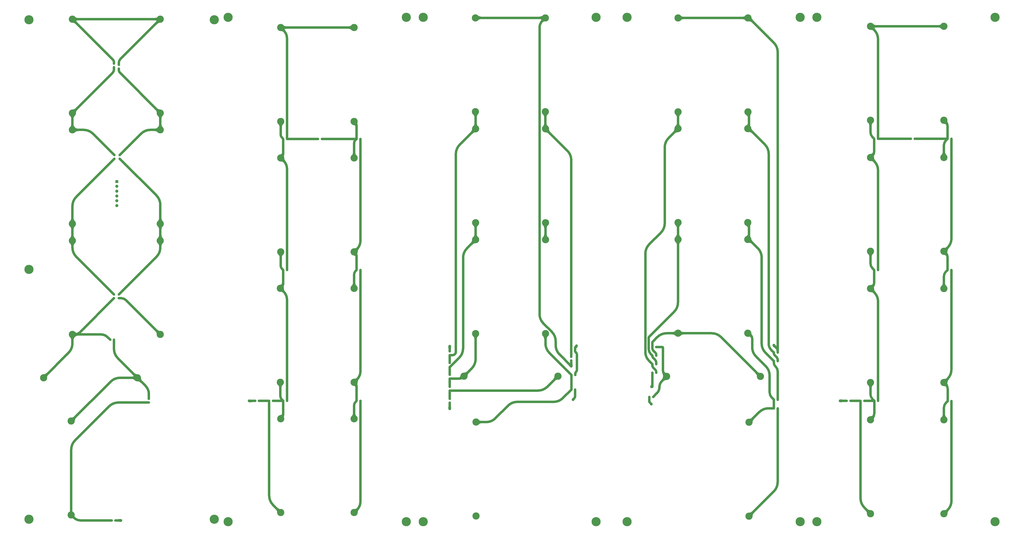
<source format=gtl>
G04 #@! TF.GenerationSoftware,KiCad,Pcbnew,7.0.8*
G04 #@! TF.CreationDate,2024-02-17T16:19:58-08:00*
G04 #@! TF.ProjectId,FlexDeploySidePanels,466c6578-4465-4706-9c6f-795369646550,rev?*
G04 #@! TF.SameCoordinates,Original*
G04 #@! TF.FileFunction,Copper,L1,Top*
G04 #@! TF.FilePolarity,Positive*
%FSLAX46Y46*%
G04 Gerber Fmt 4.6, Leading zero omitted, Abs format (unit mm)*
G04 Created by KiCad (PCBNEW 7.0.8) date 2024-02-17 16:19:58*
%MOMM*%
%LPD*%
G01*
G04 APERTURE LIST*
G04 #@! TA.AperFunction,SMDPad,CuDef*
%ADD10R,0.560000X0.400000*%
G04 #@! TD*
G04 #@! TA.AperFunction,ComponentPad*
%ADD11C,3.000000*%
G04 #@! TD*
G04 #@! TA.AperFunction,ComponentPad*
%ADD12R,1.308000X1.308000*%
G04 #@! TD*
G04 #@! TA.AperFunction,ComponentPad*
%ADD13C,1.308000*%
G04 #@! TD*
G04 #@! TA.AperFunction,ComponentPad*
%ADD14C,2.600000*%
G04 #@! TD*
G04 #@! TA.AperFunction,ConnectorPad*
%ADD15C,3.800000*%
G04 #@! TD*
G04 #@! TA.AperFunction,SMDPad,CuDef*
%ADD16R,0.400000X0.560000*%
G04 #@! TD*
G04 #@! TA.AperFunction,ViaPad*
%ADD17C,1.200000*%
G04 #@! TD*
G04 #@! TA.AperFunction,Conductor*
%ADD18C,1.000000*%
G04 #@! TD*
G04 APERTURE END LIST*
D10*
X401845000Y-261122856D03*
X403415000Y-261122856D03*
X445105000Y-261574797D03*
X443535000Y-261574797D03*
D11*
X472450000Y-308454797D03*
X472450000Y-269454797D03*
X306900000Y-141450000D03*
X306900000Y-102450000D03*
X147000000Y-141999000D03*
X147000000Y-102999000D03*
D10*
X351380000Y-242777144D03*
X352950000Y-242777144D03*
D12*
X128950000Y-170450000D03*
D13*
X128950000Y-172450000D03*
X128950000Y-174450000D03*
X128950000Y-176450000D03*
X128950000Y-178450000D03*
X128950000Y-180450000D03*
D11*
X277950000Y-194650000D03*
X277950000Y-233650000D03*
D10*
X433655000Y-261574797D03*
X432085000Y-261574797D03*
X351380000Y-239215716D03*
X352950000Y-239215716D03*
D11*
X391100000Y-141500000D03*
X391100000Y-102500000D03*
D14*
X169450000Y-103250000D03*
D15*
X169450000Y-103250000D03*
D11*
X273150000Y-251300000D03*
X312150000Y-251300000D03*
D16*
X127762000Y-217378000D03*
X127762000Y-218948000D03*
X127762000Y-121435000D03*
X127762000Y-123005000D03*
D11*
X362000000Y-148500000D03*
X362000000Y-187500000D03*
X197000000Y-269000000D03*
X197000000Y-308000000D03*
D10*
X401845000Y-241548572D03*
X403415000Y-241548572D03*
D14*
X92450000Y-310750000D03*
D15*
X92450000Y-310750000D03*
D11*
X98500000Y-252000000D03*
X137500000Y-252000000D03*
D14*
X340900000Y-311750000D03*
D15*
X340900000Y-311750000D03*
D11*
X277900000Y-102450000D03*
X277900000Y-141450000D03*
X441950000Y-160454797D03*
X441950000Y-199454797D03*
D10*
X351654000Y-260000000D03*
X350084000Y-260000000D03*
D11*
X362000000Y-194500000D03*
X362000000Y-233500000D03*
D10*
X187960000Y-261620000D03*
X186390000Y-261620000D03*
X319285000Y-256900000D03*
X317715000Y-256900000D03*
D16*
X127900000Y-159465000D03*
X127900000Y-161035000D03*
D14*
X493700000Y-311750000D03*
D15*
X493700000Y-311750000D03*
D11*
X227500000Y-199666666D03*
X227500000Y-160666666D03*
D10*
X351380000Y-246338572D03*
X352950000Y-246338572D03*
D14*
X328000000Y-311750000D03*
D15*
X328000000Y-311750000D03*
D14*
X412700000Y-311750000D03*
D15*
X412700000Y-311750000D03*
D14*
X340900000Y-102250000D03*
D15*
X340900000Y-102250000D03*
D10*
X199621000Y-207250000D03*
X198051000Y-207250000D03*
X199621000Y-152750000D03*
X198051000Y-152750000D03*
D11*
X391500000Y-309510000D03*
X391500000Y-270510000D03*
D14*
X175200000Y-311750000D03*
D15*
X175200000Y-311750000D03*
D11*
X396250000Y-251460000D03*
X357250000Y-251460000D03*
D14*
X249200000Y-102250000D03*
D15*
X249200000Y-102250000D03*
D10*
X351380000Y-249900000D03*
X352950000Y-249900000D03*
X445085000Y-152704797D03*
X443515000Y-152704797D03*
D16*
X129772000Y-218948000D03*
X129772000Y-217378000D03*
D10*
X199621000Y-261620000D03*
X198051000Y-261620000D03*
D11*
X196850000Y-214833332D03*
X196850000Y-253833332D03*
D14*
X412700000Y-102250000D03*
D15*
X412700000Y-102250000D03*
D16*
X267200000Y-260750000D03*
X267200000Y-262320000D03*
D14*
X249200000Y-311750000D03*
D15*
X249200000Y-311750000D03*
D14*
X92456000Y-103251000D03*
D15*
X92456000Y-103251000D03*
D16*
X317650000Y-243265000D03*
X317650000Y-244835000D03*
D11*
X441950000Y-214954797D03*
X441950000Y-253954797D03*
D16*
X267200000Y-245815000D03*
X267200000Y-247385000D03*
D11*
X391000000Y-187500000D03*
X391000000Y-148500000D03*
D16*
X142250000Y-260715000D03*
X142250000Y-262285000D03*
D14*
X419720000Y-311750000D03*
D15*
X419720000Y-311750000D03*
D11*
X110500000Y-103000000D03*
X110500000Y-142000000D03*
X147000000Y-188000000D03*
X147000000Y-149000000D03*
D10*
X230101000Y-261620000D03*
X228531000Y-261620000D03*
D11*
X110500000Y-195000000D03*
X110500000Y-234000000D03*
X391000000Y-233500000D03*
X391000000Y-194500000D03*
X197000000Y-106500000D03*
X197000000Y-145500000D03*
D16*
X129772000Y-123565000D03*
X129772000Y-121995000D03*
D11*
X472450000Y-199454797D03*
X472450000Y-160454797D03*
X227500000Y-308000000D03*
X227500000Y-269000000D03*
D14*
X175200000Y-102250000D03*
D15*
X175200000Y-102250000D03*
D10*
X475565000Y-152704797D03*
X473995000Y-152704797D03*
D11*
X227500000Y-253833332D03*
X227500000Y-214833332D03*
X441950000Y-105954797D03*
X441950000Y-144954797D03*
D10*
X317765000Y-250800000D03*
X319335000Y-250800000D03*
X475585000Y-261704797D03*
X474015000Y-261704797D03*
D14*
X256200000Y-311750000D03*
D15*
X256200000Y-311750000D03*
D11*
X277950000Y-148550000D03*
X277950000Y-187550000D03*
D10*
X214076000Y-152750000D03*
X212506000Y-152750000D03*
D11*
X306950000Y-187550000D03*
X306950000Y-148550000D03*
D14*
X169450000Y-310769000D03*
D15*
X169450000Y-310769000D03*
D11*
X362000000Y-102500000D03*
X362000000Y-141500000D03*
D14*
X419700000Y-102250000D03*
D15*
X419700000Y-102250000D03*
D11*
X441950000Y-269454797D03*
X441950000Y-308454797D03*
D10*
X126780000Y-311250000D03*
X128350000Y-311250000D03*
X230101000Y-152750000D03*
X228531000Y-152750000D03*
X475545000Y-207204797D03*
X473975000Y-207204797D03*
X193790500Y-261620000D03*
X192220500Y-261620000D03*
D14*
X493700000Y-102250000D03*
D15*
X493700000Y-102250000D03*
D11*
X110000000Y-270000000D03*
X110000000Y-309000000D03*
D16*
X267200000Y-241015000D03*
X267200000Y-242585000D03*
D11*
X278100000Y-309400000D03*
X278100000Y-270400000D03*
X472450000Y-144954797D03*
X472450000Y-105954797D03*
X110500000Y-149000000D03*
X110500000Y-188000000D03*
D14*
X256200000Y-102250000D03*
D15*
X256200000Y-102250000D03*
D14*
X328000000Y-102250000D03*
D15*
X328000000Y-102250000D03*
D11*
X306950000Y-233650000D03*
X306950000Y-194650000D03*
X472450000Y-253954797D03*
X472450000Y-214954797D03*
D16*
X267200000Y-255735000D03*
X267200000Y-257305000D03*
D10*
X403395000Y-264684288D03*
X401825000Y-264684288D03*
X445085000Y-207204797D03*
X443515000Y-207204797D03*
X401845000Y-245110000D03*
X403415000Y-245110000D03*
D11*
X147000000Y-234000000D03*
X147000000Y-195000000D03*
D10*
X460325000Y-152704797D03*
X458755000Y-152704797D03*
X126192000Y-236220000D03*
X127762000Y-236220000D03*
D16*
X267200000Y-250765000D03*
X267200000Y-252335000D03*
D10*
X230101000Y-207250000D03*
X228531000Y-207250000D03*
D11*
X197000000Y-160666666D03*
X197000000Y-199666666D03*
D14*
X92450000Y-207000000D03*
D15*
X92450000Y-207000000D03*
D16*
X130150000Y-161015000D03*
X130150000Y-159445000D03*
D10*
X319235000Y-240750000D03*
X317665000Y-240750000D03*
D11*
X227500000Y-145500000D03*
X227500000Y-106500000D03*
D10*
X439380000Y-261574797D03*
X437810000Y-261574797D03*
D17*
X318400000Y-261050000D03*
X350950000Y-262900000D03*
X267200000Y-264885000D03*
X183896000Y-261620000D03*
X130600000Y-311250000D03*
X429314000Y-261574797D03*
X351028000Y-255778000D03*
X401828000Y-238506000D03*
X317650000Y-247150000D03*
X267200000Y-238850000D03*
X319850000Y-238750000D03*
D18*
X474017500Y-306887297D02*
X472450000Y-308454797D01*
X475585000Y-303103017D02*
X475585000Y-261704797D01*
X401801207Y-299208792D02*
X391500000Y-309510000D01*
X132717332Y-219717332D02*
X147000000Y-234000000D01*
X230101000Y-303559815D02*
X230101000Y-261620000D01*
X318400000Y-261050000D02*
X318842500Y-260607500D01*
X130860000Y-218948000D02*
X129772000Y-218948000D01*
X403395000Y-295361036D02*
X403395000Y-264684288D01*
X319285000Y-259539210D02*
X319285000Y-256900000D01*
X228800500Y-306699500D02*
X227500000Y-308000000D01*
X401801200Y-299208785D02*
G75*
G03*
X403395000Y-295361036I-3847800J3847785D01*
G01*
X228800496Y-306699496D02*
G75*
G03*
X230101000Y-303559815I-3139696J3139696D01*
G01*
X474017496Y-306887293D02*
G75*
G03*
X475585000Y-303103017I-3784296J3784293D01*
G01*
X318842497Y-260607497D02*
G75*
G03*
X319285000Y-259539210I-1068297J1068297D01*
G01*
X132717339Y-219717325D02*
G75*
G03*
X130860000Y-218948000I-1857339J-1857375D01*
G01*
X350050000Y-261875000D02*
X350050000Y-261774041D01*
X183896000Y-261620000D02*
X186390000Y-261620000D01*
X267200000Y-264885000D02*
X267200000Y-262320000D01*
X350950000Y-262900000D02*
X350138388Y-262088388D01*
X130600000Y-311250000D02*
X128350000Y-311250000D01*
X429314000Y-261574797D02*
X432085000Y-261574797D01*
X350084000Y-261691958D02*
X350084000Y-260000000D01*
X350050007Y-261875000D02*
G75*
G03*
X350138388Y-262088388I301793J0D01*
G01*
X350067033Y-261733033D02*
G75*
G03*
X350084000Y-261691958I-41133J41033D01*
G01*
X350066988Y-261732988D02*
G75*
G03*
X350050000Y-261774041I41012J-41012D01*
G01*
X472450000Y-264376419D02*
X472450000Y-269454797D01*
X473232500Y-253172297D02*
X473997500Y-252407297D01*
X474015000Y-256626419D02*
X474015000Y-261704797D01*
X474015000Y-261704797D02*
X473232500Y-262487297D01*
X475545000Y-248671301D02*
X475545000Y-207204797D01*
X473232495Y-262487292D02*
G75*
G03*
X472450000Y-264376419I1889105J-1889108D01*
G01*
X474014992Y-256626419D02*
G75*
G03*
X473232499Y-254737298I-2671592J19D01*
G01*
X473232504Y-253172301D02*
G75*
G03*
X473232501Y-254737296I782496J-782499D01*
G01*
X473997500Y-252407297D02*
G75*
G03*
X475545000Y-248671301I-3736000J3735997D01*
G01*
X472450000Y-209808134D02*
X472450000Y-214954797D01*
X474007500Y-197897297D02*
X472831250Y-199073547D01*
X473212500Y-207967297D02*
X473975000Y-207204797D01*
X473975000Y-202058134D02*
X473975000Y-207204797D01*
X475565000Y-194137159D02*
X475565000Y-152704797D01*
X472831250Y-199836047D02*
X473212500Y-200217297D01*
X472831254Y-199073551D02*
G75*
G03*
X472831251Y-199836046I381246J-381249D01*
G01*
X473974986Y-202058134D02*
G75*
G03*
X473212500Y-200217297I-2603286J34D01*
G01*
X474007513Y-197897310D02*
G75*
G03*
X475565000Y-194137159I-3760113J3760110D01*
G01*
X473212490Y-207967287D02*
G75*
G03*
X472450000Y-209808134I1840810J-1840813D01*
G01*
X473995000Y-152704797D02*
X473222500Y-153477297D01*
X472450000Y-155342276D02*
X472450000Y-160454797D01*
X473995000Y-147592276D02*
X473995000Y-152704797D01*
X473995000Y-152704797D02*
X460325000Y-152704797D01*
X473222500Y-145727297D02*
X472450000Y-144954797D01*
X473995010Y-147592276D02*
G75*
G03*
X473222500Y-145727297I-2637510J-24D01*
G01*
X473222507Y-153477304D02*
G75*
G03*
X472450000Y-155342276I1864993J-1864996D01*
G01*
X441950000Y-105954797D02*
X472450000Y-105954797D01*
X441950000Y-105954797D02*
X443517500Y-107522297D01*
X445085000Y-111306576D02*
X445085000Y-152704797D01*
X445085000Y-152704797D02*
X458755000Y-152704797D01*
X445085010Y-111306576D02*
G75*
G03*
X443517500Y-107522297I-5351810J-24D01*
G01*
X443515000Y-152704797D02*
X442732500Y-151922297D01*
X441950000Y-150033174D02*
X441950000Y-144954797D01*
X445085000Y-165806576D02*
X445085000Y-207204797D01*
X442732500Y-161237297D02*
X443517500Y-162022297D01*
X443515000Y-157783174D02*
X443515000Y-152704797D01*
X445085010Y-165806576D02*
G75*
G03*
X443517500Y-162022297I-5351810J-24D01*
G01*
X441950012Y-150033174D02*
G75*
G03*
X442732501Y-151922296I2671588J-26D01*
G01*
X442732508Y-159672305D02*
G75*
G03*
X443515000Y-157783174I-1889108J1889105D01*
G01*
X442732504Y-159672301D02*
G75*
G03*
X442732501Y-161237296I782496J-782499D01*
G01*
X443527500Y-216532297D02*
X442732500Y-215737297D01*
X443515000Y-212283174D02*
X443515000Y-207204797D01*
X443515000Y-207204797D02*
X442732500Y-206422297D01*
X445105000Y-220340718D02*
X445105000Y-261574797D01*
X441950000Y-204533174D02*
X441950000Y-199454797D01*
X442732504Y-214172301D02*
G75*
G03*
X442732501Y-215737296I782496J-782499D01*
G01*
X445104993Y-220340718D02*
G75*
G03*
X443527500Y-216532297I-5385893J18D01*
G01*
X441950012Y-204533174D02*
G75*
G03*
X442732501Y-206422296I2671588J-26D01*
G01*
X442732508Y-214172305D02*
G75*
G03*
X443515000Y-212283174I-1889108J1889105D01*
G01*
X443535000Y-261574797D02*
X439380000Y-261574797D01*
X441950000Y-258869032D02*
X441950000Y-253954797D01*
X442742500Y-268662297D02*
X441950000Y-269454797D01*
X443535000Y-266749032D02*
X443535000Y-261574797D01*
X442742500Y-260782297D02*
X443535000Y-261574797D01*
X441949988Y-258869032D02*
G75*
G03*
X442742500Y-260782297I2705812J32D01*
G01*
X442742491Y-268662288D02*
G75*
G03*
X443535000Y-266749032I-1913291J1913288D01*
G01*
X437810000Y-302060833D02*
X437810000Y-261574797D01*
X437810000Y-261574797D02*
X433655000Y-261574797D01*
X439403792Y-305908589D02*
X441950000Y-308454797D01*
X437809992Y-302060833D02*
G75*
G03*
X439403793Y-305908588I5441608J33D01*
G01*
X351380000Y-237373179D02*
X351380000Y-237529965D01*
X351380000Y-237608358D02*
X351380000Y-237921930D01*
X351380000Y-237921930D02*
X351380000Y-239215716D01*
X362000000Y-233500000D02*
X376036036Y-233500000D01*
X351490864Y-237027135D02*
X353424206Y-235093792D01*
X351786889Y-240773461D02*
X352652812Y-241639384D01*
X351380000Y-237608358D02*
X351380000Y-237529965D01*
X379883792Y-235093792D02*
X396250000Y-251460000D01*
X351380000Y-239215716D02*
X351380000Y-239791144D01*
X351380000Y-237294786D02*
X351380000Y-237373179D01*
X357271963Y-233500000D02*
X362000000Y-233500000D01*
X352950000Y-242356858D02*
X352950000Y-242777144D01*
X351490875Y-237027146D02*
G75*
G03*
X351380000Y-237294786I267625J-267654D01*
G01*
X379883784Y-235093800D02*
G75*
G03*
X376036036Y-233500000I-3847784J-3847800D01*
G01*
X357271963Y-233499988D02*
G75*
G03*
X353424206Y-235093792I37J-5441612D01*
G01*
X352950018Y-242356858D02*
G75*
G03*
X352652812Y-241639384I-1014718J-42D01*
G01*
X351379968Y-239791144D02*
G75*
G03*
X351786890Y-240773460I1389232J44D01*
G01*
X356488499Y-252221499D02*
X355340861Y-253369138D01*
X355447280Y-239215716D02*
X352950000Y-239215716D01*
X353259138Y-258394861D02*
X351654000Y-260000000D01*
X355727000Y-248860076D02*
X355727000Y-239495435D01*
X353259134Y-258394857D02*
G75*
G03*
X354300000Y-255882000I-2512834J2512857D01*
G01*
X355726980Y-239495435D02*
G75*
G03*
X355645072Y-239297644I-279680J35D01*
G01*
X355340866Y-253369143D02*
G75*
G03*
X354300000Y-255882000I2512834J-2512857D01*
G01*
X355727010Y-248860076D02*
G75*
G03*
X356488500Y-250698500I2599890J-24D01*
G01*
X355645074Y-239297642D02*
G75*
G03*
X355447280Y-239215716I-197774J-197758D01*
G01*
X356488500Y-252221500D02*
G75*
G03*
X356488500Y-250698500I-761500J761500D01*
G01*
X360406207Y-224555792D02*
X349969864Y-234992135D01*
X349859000Y-235494965D02*
X349859000Y-235573358D01*
X349859000Y-235259786D02*
X349859000Y-235338179D01*
X351605364Y-243639936D02*
X352471288Y-244505860D01*
X362000000Y-194500000D02*
X362000000Y-187500000D01*
X349859000Y-235338179D02*
X349859000Y-235494965D01*
X349859000Y-235573358D02*
X349859000Y-235886930D01*
X349859000Y-240180634D02*
X349859000Y-235886930D01*
X352950000Y-245661572D02*
X352950000Y-246338572D01*
X350619500Y-242016644D02*
X351380000Y-242777144D01*
X362000000Y-220708036D02*
X362000000Y-194500000D01*
X351380000Y-243095858D02*
X351380000Y-242777144D01*
X352950026Y-245661572D02*
G75*
G03*
X352471288Y-244505860I-1634426J-28D01*
G01*
X360406200Y-224555785D02*
G75*
G03*
X362000000Y-220708036I-3847800J3847785D01*
G01*
X349858973Y-240180634D02*
G75*
G03*
X350619500Y-242016644I2596527J34D01*
G01*
X351380017Y-243095858D02*
G75*
G03*
X351605364Y-243639936I769383J-42D01*
G01*
X349969875Y-234992146D02*
G75*
G03*
X349859000Y-235259786I267625J-267654D01*
G01*
X351380000Y-246908572D02*
X351380000Y-246338572D01*
X358082792Y-152417207D02*
X362000000Y-148500000D01*
X351783050Y-247881622D02*
X352648974Y-248747546D01*
X352950000Y-249474286D02*
X352950000Y-249900000D01*
X354895207Y-191712792D02*
X350043792Y-196564207D01*
X362000000Y-148500000D02*
X362000000Y-141500000D01*
X349915000Y-244873572D02*
X351380000Y-246338572D01*
X356489000Y-156264963D02*
X356489000Y-187865036D01*
X348450000Y-241336749D02*
X348450000Y-200411963D01*
X351380020Y-246908572D02*
G75*
G03*
X351783051Y-247881621I1376080J-28D01*
G01*
X348449959Y-241336749D02*
G75*
G03*
X349915000Y-244873572I5001841J49D01*
G01*
X352949999Y-249474286D02*
G75*
G03*
X352648974Y-248747546I-1027799J-14D01*
G01*
X350043821Y-196564236D02*
G75*
G03*
X348450000Y-200411963I3847679J-3847764D01*
G01*
X354895200Y-191712785D02*
G75*
G03*
X356489000Y-187865036I-3847800J3847785D01*
G01*
X358082821Y-152417236D02*
G75*
G03*
X356489000Y-156264963I3847679J-3847764D01*
G01*
X402900377Y-239578377D02*
X401828000Y-238506000D01*
X403415000Y-116668963D02*
X403415000Y-241548572D01*
X403415000Y-240820786D02*
X403415000Y-241548572D01*
X351380000Y-249900000D02*
X351380000Y-255733572D01*
X391500000Y-102500000D02*
X401821207Y-112821207D01*
X351028000Y-255778000D02*
X351025000Y-255775000D01*
X391500000Y-102500000D02*
X362000000Y-102500000D01*
X403415018Y-240820786D02*
G75*
G03*
X402900376Y-239578378I-1757018J-14D01*
G01*
X403415010Y-116668963D02*
G75*
G03*
X401821206Y-112821208I-5441610J-37D01*
G01*
X399669000Y-158922963D02*
X399669000Y-237833907D01*
X391500000Y-148500000D02*
X398075207Y-155075207D01*
X401845000Y-241940786D02*
X401845000Y-241548572D01*
X402988261Y-243476261D02*
X402122337Y-242610337D01*
X391500000Y-148500000D02*
X391500000Y-141500000D01*
X403415000Y-244506500D02*
X403415000Y-245110000D01*
X400757000Y-240460572D02*
X401845000Y-241548572D01*
X399669010Y-158922963D02*
G75*
G03*
X398075206Y-155075208I-5441610J-37D01*
G01*
X403414993Y-244506500D02*
G75*
G03*
X402988261Y-243476261I-1456993J0D01*
G01*
X401845014Y-241940786D02*
G75*
G03*
X402122337Y-242610337I946886J-14D01*
G01*
X399669006Y-237833907D02*
G75*
G03*
X400757001Y-240460571I3714694J7D01*
G01*
X401845000Y-245880500D02*
X401845000Y-245110000D01*
X396748000Y-202001963D02*
X396748000Y-237759036D01*
X391500000Y-194500000D02*
X391500000Y-187500000D01*
X403415000Y-249331157D02*
X403415000Y-261122856D01*
X395154207Y-198154207D02*
X391500000Y-194500000D01*
X402389825Y-247195825D02*
X402630000Y-247436000D01*
X398341792Y-241606792D02*
X401845000Y-245110000D01*
X396747990Y-237759036D02*
G75*
G03*
X398341793Y-241606791I5441610J36D01*
G01*
X403415017Y-249331157D02*
G75*
G03*
X402630000Y-247436000I-2680217J-43D01*
G01*
X396748010Y-202001963D02*
G75*
G03*
X395154206Y-198154208I-5441610J-37D01*
G01*
X401845015Y-245880500D02*
G75*
G03*
X402389826Y-247195824I1860185J0D01*
G01*
X401825000Y-261156998D02*
X401825000Y-264684288D01*
X400050000Y-258058599D02*
X400050000Y-251046963D01*
X392811000Y-239300036D02*
X392811000Y-235738016D01*
X399575356Y-264684288D02*
X401825000Y-264684288D01*
X394404792Y-243147792D02*
X398456207Y-247199207D01*
X401835000Y-261112856D02*
X400947500Y-260225356D01*
X395734973Y-266275026D02*
X391500000Y-270510000D01*
X392155500Y-234155500D02*
X391500000Y-233500000D01*
X392810992Y-235738016D02*
G75*
G03*
X392155499Y-234155501I-2237992J16D01*
G01*
X400050014Y-258058599D02*
G75*
G03*
X400947501Y-260225355I3064286J-1D01*
G01*
X400050010Y-251046963D02*
G75*
G03*
X398456206Y-247199208I-5441610J-37D01*
G01*
X401835010Y-261132866D02*
G75*
G03*
X401825000Y-261156998I24090J-24134D01*
G01*
X392810990Y-239300036D02*
G75*
G03*
X394404793Y-243147791I5441610J36D01*
G01*
X399575356Y-264684254D02*
G75*
G03*
X395734973Y-266275026I44J-5431146D01*
G01*
X401835044Y-261132900D02*
G75*
G03*
X401835000Y-261112856I-10044J10000D01*
G01*
X277950000Y-244246036D02*
X277950000Y-233650000D01*
X273408749Y-251041249D02*
X272891250Y-251558750D01*
X272891250Y-251558750D02*
X272632500Y-251817500D01*
X267200000Y-252335000D02*
X267200000Y-255735000D01*
X274702499Y-249747499D02*
X273667499Y-250782499D01*
X274702499Y-249747499D02*
X276356207Y-248093792D01*
X267200000Y-252335000D02*
X271383144Y-252335000D01*
X273408749Y-251041249D02*
X273667499Y-250782499D01*
X271383144Y-252335018D02*
G75*
G03*
X272632500Y-251817500I-44J1766918D01*
G01*
X276356200Y-248093785D02*
G75*
G03*
X277950000Y-244246036I-3847800J3847785D01*
G01*
X267200000Y-260750000D02*
X267200000Y-257340000D01*
X307738792Y-255711207D02*
X312150000Y-251300000D01*
X303891036Y-257305000D02*
X267235355Y-257305000D01*
X267225000Y-257330000D02*
X267250000Y-257355000D01*
X267235355Y-257304893D02*
G75*
G03*
X267225001Y-257329999I45J-14707D01*
G01*
X303891036Y-257305010D02*
G75*
G03*
X307738792Y-255711207I-36J5441610D01*
G01*
X271156207Y-243628792D02*
X267470710Y-247314289D01*
X277950000Y-194650000D02*
X277950000Y-187550000D01*
X272750000Y-202103963D02*
X272750000Y-239781036D01*
X267200000Y-247485000D02*
X267200000Y-250765000D01*
X277950000Y-194650000D02*
X274343792Y-198256207D01*
X274343821Y-198256236D02*
G75*
G03*
X272750000Y-202103963I3847679J-3847764D01*
G01*
X267300000Y-247385005D02*
G75*
G03*
X267470710Y-247314289I0J241405D01*
G01*
X271156200Y-243628785D02*
G75*
G03*
X272750000Y-239781036I-3847800J3847785D01*
G01*
X267300000Y-247385000D02*
G75*
G03*
X267200000Y-247485000I0J-100000D01*
G01*
X267200000Y-242585000D02*
X267200000Y-245815000D01*
X277950000Y-148550000D02*
X271343792Y-155156207D01*
X269750000Y-241244921D02*
X269750000Y-159003963D01*
X277950000Y-148550000D02*
X277950000Y-141535355D01*
X277925000Y-141475000D02*
X277900000Y-141450000D01*
X268409921Y-242585000D02*
X267200000Y-242585000D01*
X269357494Y-242192494D02*
G75*
G03*
X269750000Y-241244921I-947594J947594D01*
G01*
X271343821Y-155156236D02*
G75*
G03*
X269750000Y-159003963I3847679J-3847764D01*
G01*
X277950018Y-141535355D02*
G75*
G03*
X277925000Y-141475000I-85418J-45D01*
G01*
X268409921Y-242585008D02*
G75*
G03*
X269357499Y-242192499I-21J1340108D01*
G01*
X267200000Y-238850000D02*
X267200000Y-241015000D01*
X317650000Y-247150000D02*
X312793792Y-242293792D01*
X305700000Y-103650000D02*
X306300000Y-103050000D01*
X309606207Y-232913906D02*
X306093792Y-229401491D01*
X306051471Y-102450000D02*
X277900000Y-102450000D01*
X311200000Y-236761662D02*
X311200000Y-238446036D01*
X317650000Y-247150000D02*
X317650000Y-244835000D01*
X304500000Y-225553735D02*
X304500000Y-106547056D01*
X311199990Y-238446036D02*
G75*
G03*
X312793793Y-242293791I5441610J36D01*
G01*
X305700034Y-103650034D02*
G75*
G03*
X304500000Y-106547056I2896966J-2897066D01*
G01*
X304499990Y-225553735D02*
G75*
G03*
X306093792Y-229401491I5441610J35D01*
G01*
X311200011Y-236761662D02*
G75*
G03*
X309606207Y-232913906I-5441611J-38D01*
G01*
X306300048Y-103050048D02*
G75*
G03*
X306051471Y-102450000I-248548J248548D01*
G01*
X317650000Y-240775606D02*
X317650000Y-243265000D01*
X317665000Y-240739393D02*
X317665000Y-161518963D01*
X306937500Y-148537500D02*
X306962500Y-148562500D01*
X306975000Y-148575000D02*
X307025000Y-148625000D01*
X316071207Y-157671207D02*
X307025000Y-148625000D01*
X306962500Y-148562500D02*
X306975000Y-148575000D01*
X306900000Y-148464644D02*
X306900000Y-141450000D01*
X306925000Y-148525000D02*
X306937500Y-148537500D01*
X317657502Y-240757502D02*
G75*
G03*
X317665000Y-240739393I-18102J18102D01*
G01*
X317657498Y-240757498D02*
G75*
G03*
X317650000Y-240775606I18102J-18102D01*
G01*
X306899982Y-148464644D02*
G75*
G03*
X306925000Y-148525000I85418J44D01*
G01*
X317665010Y-161518963D02*
G75*
G03*
X316071206Y-157671208I-5441610J-37D01*
G01*
X320050000Y-242476292D02*
X320050000Y-248644418D01*
X319235000Y-240582500D02*
X319235000Y-239799870D01*
X319335000Y-250332500D02*
X319335000Y-250800000D01*
X319642500Y-241492500D02*
X319353440Y-241203440D01*
X319665572Y-249534427D02*
X319692500Y-249507500D01*
X319235000Y-240750000D02*
X319235000Y-240791875D01*
X319235000Y-240582500D02*
X319235000Y-240750000D01*
X319850000Y-238750000D02*
X319542500Y-239057500D01*
X319235000Y-240791875D02*
X319235000Y-240875625D01*
X319235000Y-240875625D02*
X319235000Y-240917500D01*
X306950000Y-187550000D02*
X306950000Y-194650000D01*
X319692495Y-249507495D02*
G75*
G03*
X320050000Y-248644418I-863095J863095D01*
G01*
X320050003Y-242476292D02*
G75*
G03*
X319642500Y-241492500I-1391303J-8D01*
G01*
X319665582Y-249534437D02*
G75*
G03*
X319335000Y-250332500I798018J-798063D01*
G01*
X319235006Y-240917500D02*
G75*
G03*
X319353440Y-241203440I404394J0D01*
G01*
X319542509Y-239057509D02*
G75*
G03*
X319235000Y-239799870I742391J-742391D01*
G01*
X282346036Y-270400000D02*
X278100000Y-270400000D01*
X308543792Y-241578792D02*
X317765000Y-250800000D01*
X295253963Y-262000000D02*
X310361036Y-262000000D01*
X317759696Y-250805303D02*
X317739999Y-250824999D01*
X317715000Y-256900000D02*
X317715000Y-250885355D01*
X317715000Y-256900000D02*
X314208792Y-260406207D01*
X291406207Y-263593792D02*
X286193792Y-268806207D01*
X306950000Y-237731036D02*
X306950000Y-233650000D01*
X310361036Y-262000010D02*
G75*
G03*
X314208792Y-260406207I-36J5441610D01*
G01*
X317740013Y-250825013D02*
G75*
G03*
X317715000Y-250885355I60387J-60387D01*
G01*
X282346036Y-270400010D02*
G75*
G03*
X286193792Y-268806207I-36J5441610D01*
G01*
X317744697Y-250794695D02*
G75*
G03*
X317757500Y-250800000I12803J12795D01*
G01*
X295253963Y-261999960D02*
G75*
G03*
X291406208Y-263593793I37J-5441540D01*
G01*
X306949990Y-237731036D02*
G75*
G03*
X308543793Y-241578791I5441610J36D01*
G01*
X317759689Y-250805296D02*
G75*
G03*
X317757500Y-250800000I-2189J2196D01*
G01*
X198051000Y-261620000D02*
X198051000Y-267205830D01*
X198051000Y-261620000D02*
X193790500Y-261620000D01*
X197525500Y-268474500D02*
X197000000Y-269000000D01*
X196850000Y-259569764D02*
X196850000Y-253833332D01*
X198051000Y-261620000D02*
X197450500Y-261019500D01*
X197525491Y-268474491D02*
G75*
G03*
X198051000Y-267205830I-1268691J1268691D01*
G01*
X196850015Y-259569764D02*
G75*
G03*
X197450500Y-261019500I2050185J-36D01*
G01*
X192220500Y-261620000D02*
X187960000Y-261620000D01*
X192220500Y-261620000D02*
X192220500Y-300966536D01*
X193814292Y-304814292D02*
X197000000Y-308000000D01*
X192220490Y-300966536D02*
G75*
G03*
X193814293Y-304814291I5441610J36D01*
G01*
X198051000Y-207250000D02*
X198051000Y-212783096D01*
X197525500Y-206724500D02*
X198051000Y-207250000D01*
X197450500Y-215433832D02*
X198235500Y-216218832D01*
X197000000Y-205455830D02*
X197000000Y-199666666D01*
X199621000Y-219563724D02*
X199621000Y-261620000D01*
X196999988Y-205455830D02*
G75*
G03*
X197525501Y-206724499I1794212J30D01*
G01*
X199620980Y-219563724D02*
G75*
G03*
X198235500Y-216218832I-4730380J24D01*
G01*
X197450494Y-214232826D02*
G75*
G03*
X198051000Y-212783096I-1449694J1449726D01*
G01*
X197450469Y-214232801D02*
G75*
G03*
X197450501Y-215433831I600531J-600499D01*
G01*
X197525500Y-152224500D02*
X198051000Y-152750000D01*
X198051000Y-152750000D02*
X198051000Y-158872496D01*
X199621000Y-165140992D02*
X199621000Y-207250000D01*
X197000000Y-150955830D02*
X197000000Y-145500000D01*
X197525500Y-161192166D02*
X198310500Y-161977166D01*
X197525534Y-160141200D02*
G75*
G03*
X197525500Y-161192166I525466J-525500D01*
G01*
X197525508Y-160141174D02*
G75*
G03*
X198051000Y-158872496I-1268708J1268674D01*
G01*
X199621012Y-165140992D02*
G75*
G03*
X198310499Y-161977167I-4474312J-8D01*
G01*
X196999988Y-150955830D02*
G75*
G03*
X197525501Y-152224499I1794212J30D01*
G01*
X199621000Y-152750000D02*
X199621000Y-110974326D01*
X197926663Y-106500000D02*
X227500000Y-106500000D01*
X197655250Y-107155250D02*
X198310500Y-107810500D01*
X199621000Y-152750000D02*
X212506000Y-152750000D01*
X197926663Y-106499912D02*
G75*
G03*
X197655250Y-107155250I37J-383888D01*
G01*
X199620988Y-110974326D02*
G75*
G03*
X198310499Y-107810501I-4474288J26D01*
G01*
X227500000Y-154510027D02*
X227500000Y-160666666D01*
X228531000Y-152750000D02*
X228015500Y-153265500D01*
X228015500Y-146015500D02*
X227500000Y-145500000D01*
X228531000Y-152750000D02*
X228531000Y-147260027D01*
X228531000Y-152750000D02*
X214076000Y-152750000D01*
X228015492Y-153265492D02*
G75*
G03*
X227500000Y-154510027I1244508J-1244508D01*
G01*
X228530988Y-147260027D02*
G75*
G03*
X228015499Y-146015501I-1759988J27D01*
G01*
X230101000Y-195226481D02*
X230101000Y-152750000D01*
X228015500Y-199151166D02*
X228800500Y-198366166D01*
X228531000Y-207250000D02*
X228531000Y-201426693D01*
X227500000Y-209010027D02*
X227500000Y-214833332D01*
X228531000Y-207250000D02*
X228015500Y-207765500D01*
X228015534Y-199151200D02*
G75*
G03*
X228015500Y-200182166I515466J-515500D01*
G01*
X228015492Y-207765492D02*
G75*
G03*
X227500000Y-209010027I1244508J-1244508D01*
G01*
X228531012Y-201426693D02*
G75*
G03*
X228015499Y-200182167I-1760012J-7D01*
G01*
X228800513Y-198366179D02*
G75*
G03*
X230101000Y-195226481I-3139713J3139679D01*
G01*
X230101000Y-249393147D02*
X230101000Y-207250000D01*
X228015500Y-253317832D02*
X228800500Y-252532832D01*
X228531000Y-261620000D02*
X228531000Y-255593359D01*
X227500000Y-263380027D02*
X227500000Y-269000000D01*
X228531000Y-261620000D02*
X228015500Y-262135500D01*
X228531036Y-255593359D02*
G75*
G03*
X228015499Y-254348833I-1760036J-41D01*
G01*
X228800480Y-252532812D02*
G75*
G03*
X230101000Y-249393147I-3139680J3139712D01*
G01*
X228015492Y-262135492D02*
G75*
G03*
X227500000Y-263380027I1244508J-1244508D01*
G01*
X228015469Y-253317801D02*
G75*
G03*
X228015501Y-254348831I515531J-515499D01*
G01*
X127762000Y-240008036D02*
X127762000Y-236220000D01*
X130253963Y-252000000D02*
X137500000Y-252000000D01*
X129355792Y-243855792D02*
X137500000Y-252000000D01*
X142250000Y-258732500D02*
X142250000Y-260715000D01*
X126406207Y-253593792D02*
X110000000Y-270000000D01*
X140848160Y-255348160D02*
X137500000Y-252000000D01*
X127761990Y-240008036D02*
G75*
G03*
X129355793Y-243855791I5441610J36D01*
G01*
X142249993Y-258732500D02*
G75*
G03*
X140848160Y-255348160I-4786193J0D01*
G01*
X130253963Y-251999960D02*
G75*
G03*
X126406208Y-253593793I37J-5441540D01*
G01*
X129568963Y-262285000D02*
X142250000Y-262285000D01*
X113840990Y-311250000D02*
X126780000Y-311250000D01*
X125721207Y-263878792D02*
X111593792Y-278006207D01*
X110000000Y-281853963D02*
X110000000Y-307409009D01*
X111125003Y-310124997D02*
G75*
G03*
X113840990Y-311250000I2715997J2715997D01*
G01*
X129568963Y-262284960D02*
G75*
G03*
X125721208Y-263878793I37J-5441540D01*
G01*
X109999996Y-307409009D02*
G75*
G03*
X111125000Y-310125000I3841004J9D01*
G01*
X111593821Y-278006236D02*
G75*
G03*
X110000000Y-281853963I3847679J-3847764D01*
G01*
X122402222Y-234000000D02*
X111605000Y-234000000D01*
X110500000Y-237746036D02*
X110500000Y-235105000D01*
X108906207Y-241593792D02*
X98500000Y-252000000D01*
X113491352Y-233218647D02*
X127762000Y-218948000D01*
X125082000Y-235110000D02*
X126192000Y-236220000D01*
X111605000Y-234000001D02*
G75*
G03*
X113491352Y-233218647I0J2667701D01*
G01*
X111605000Y-234000000D02*
G75*
G03*
X110500000Y-235105000I0J-1105000D01*
G01*
X111605000Y-234000000D02*
G75*
G03*
X110500000Y-235105000I0J-1105000D01*
G01*
X111605000Y-234000000D02*
X111605000Y-234000000D01*
X108906200Y-241593785D02*
G75*
G03*
X110500000Y-237746036I-3847800J3847785D01*
G01*
X125081993Y-235110007D02*
G75*
G03*
X122402222Y-234000000I-2679793J-2679793D01*
G01*
X112093792Y-201709792D02*
X127762000Y-217378000D01*
X110500000Y-188000000D02*
X110500000Y-180688963D01*
X110500000Y-188000000D02*
X110500000Y-195000000D01*
X112093792Y-176841207D02*
X127900000Y-161035000D01*
X110500000Y-197862036D02*
X110500000Y-195000000D01*
X112093821Y-176841236D02*
G75*
G03*
X110500000Y-180688963I3847679J-3847764D01*
G01*
X110499990Y-197862036D02*
G75*
G03*
X112093793Y-201709791I5441610J36D01*
G01*
X110500000Y-142000000D02*
X127149291Y-125350708D01*
X119028792Y-150593792D02*
X127900000Y-159465000D01*
X110500000Y-149000000D02*
X115181036Y-149000000D01*
X110500000Y-149000000D02*
X110500000Y-142000000D01*
X127762000Y-123871500D02*
X127762000Y-123005000D01*
X127149288Y-125350705D02*
G75*
G03*
X127762000Y-123871500I-1479188J1479205D01*
G01*
X119028784Y-150593800D02*
G75*
G03*
X115181036Y-149000000I-3847784J-3847800D01*
G01*
X130396728Y-119603271D02*
X147000000Y-103000000D01*
X129772000Y-121111500D02*
X129772000Y-121995000D01*
X110500000Y-103000000D02*
X127347281Y-119847281D01*
X127762000Y-120848500D02*
X127762000Y-121435000D01*
X110500000Y-103000000D02*
X147000000Y-103000000D01*
X130396720Y-119603263D02*
G75*
G03*
X129772000Y-121111500I1508280J-1508237D01*
G01*
X127762010Y-120848500D02*
G75*
G03*
X127347281Y-119847281I-1415910J0D01*
G01*
X129772000Y-124168500D02*
X129772000Y-123565000D01*
X147000000Y-142000000D02*
X147000000Y-149000000D01*
X147000000Y-142000000D02*
X130198738Y-125198738D01*
X139001207Y-150593792D02*
X130150000Y-159445000D01*
X147000000Y-149000000D02*
X142848963Y-149000000D01*
X142848963Y-148999960D02*
G75*
G03*
X139001208Y-150593793I37J-5441540D01*
G01*
X129772007Y-124168500D02*
G75*
G03*
X130198738Y-125198738I1456993J0D01*
G01*
X147000000Y-188000000D02*
X147000000Y-180118963D01*
X145406207Y-201743792D02*
X129772000Y-217378000D01*
X147000000Y-188000000D02*
X147000000Y-195000000D01*
X147000000Y-197896036D02*
X147000000Y-195000000D01*
X145406207Y-176271207D02*
X130150000Y-161015000D01*
X147000010Y-180118963D02*
G75*
G03*
X145406206Y-176271208I-5441610J-37D01*
G01*
X145406200Y-201743785D02*
G75*
G03*
X147000000Y-197896036I-3847800J3847785D01*
G01*
G04 #@! TA.AperFunction,Conductor*
G36*
X228784176Y-305983379D02*
G01*
X229585465Y-306544448D01*
X229590276Y-306552000D01*
X229588448Y-306560583D01*
X229410379Y-306824102D01*
X229365603Y-306890365D01*
X229365600Y-306890370D01*
X229365600Y-306890369D01*
X229189468Y-307184998D01*
X229189458Y-307185016D01*
X229066987Y-307445498D01*
X229066986Y-307445500D01*
X228998702Y-307682351D01*
X228998701Y-307682355D01*
X228998701Y-307682358D01*
X228992135Y-307790572D01*
X228985751Y-307895781D01*
X228981829Y-307903831D01*
X228974816Y-307906748D01*
X227512338Y-307999995D01*
X227503864Y-307997102D01*
X227499918Y-307989063D01*
X227499902Y-307987909D01*
X227553943Y-306519970D01*
X227557672Y-306511830D01*
X227565729Y-306508702D01*
X227771842Y-306510373D01*
X228017297Y-306483967D01*
X228276151Y-306403564D01*
X228533824Y-306243342D01*
X228768812Y-305985088D01*
X228776914Y-305981276D01*
X228784176Y-305983379D01*
G37*
G04 #@! TD.AperFunction*
G04 #@! TA.AperFunction,Conductor*
G36*
X391996563Y-192095427D02*
G01*
X391999989Y-192103699D01*
X391999625Y-192514676D01*
X392007117Y-192868984D01*
X392023281Y-193037473D01*
X392035404Y-193163846D01*
X392097408Y-193408155D01*
X392097410Y-193408160D01*
X392201278Y-193601933D01*
X392202166Y-193610844D01*
X392197914Y-193616875D01*
X391010424Y-194493306D01*
X391001732Y-194495461D01*
X390994062Y-194490840D01*
X390993409Y-194489853D01*
X390249886Y-193232249D01*
X390248626Y-193223385D01*
X390253776Y-193216363D01*
X390433874Y-193104325D01*
X390635244Y-192946308D01*
X390817304Y-192734291D01*
X390949180Y-192454209D01*
X390998357Y-192103710D01*
X390998587Y-192102074D01*
X391003131Y-192094358D01*
X391010174Y-192092000D01*
X391988290Y-192092000D01*
X391996563Y-192095427D01*
G37*
G04 #@! TD.AperFunction*
G04 #@! TA.AperFunction,Conductor*
G36*
X443427571Y-160529530D02*
G01*
X443435658Y-160533375D01*
X443438656Y-160540571D01*
X443450496Y-160755524D01*
X443513712Y-160996225D01*
X443633318Y-161257968D01*
X443814896Y-161546523D01*
X443814904Y-161546535D01*
X444057140Y-161858793D01*
X444059504Y-161867430D01*
X444055417Y-161874927D01*
X443306125Y-162503660D01*
X443297584Y-162506352D01*
X443290420Y-162503058D01*
X443286160Y-162498888D01*
X443026379Y-162244591D01*
X443026376Y-162244589D01*
X442755084Y-162075008D01*
X442585445Y-162014789D01*
X442492085Y-161981648D01*
X442492083Y-161981647D01*
X442492075Y-161981645D01*
X442245341Y-161944425D01*
X442245350Y-161944425D01*
X442033923Y-161943317D01*
X442025668Y-161939847D01*
X442022298Y-161932194D01*
X442018676Y-161858793D01*
X441949995Y-160466950D01*
X441953010Y-160458520D01*
X441961104Y-160454689D01*
X441962260Y-160454689D01*
X443427571Y-160529530D01*
G37*
G04 #@! TD.AperFunction*
G04 #@! TA.AperFunction,Conductor*
G36*
X198546687Y-266805323D02*
G01*
X198550114Y-266813596D01*
X198550083Y-266814449D01*
X198518143Y-267251631D01*
X198518051Y-267252325D01*
X198445392Y-267624958D01*
X198371699Y-267936598D01*
X198335917Y-268202692D01*
X198375313Y-268429734D01*
X198373351Y-268438471D01*
X198368206Y-268442566D01*
X197011981Y-268996109D01*
X197003027Y-268996063D01*
X196996728Y-268989698D01*
X196996338Y-268988587D01*
X196835276Y-268442566D01*
X196580457Y-267578698D01*
X196581403Y-267569796D01*
X196588369Y-267564168D01*
X196588804Y-267564048D01*
X196791891Y-267513345D01*
X197047641Y-267438311D01*
X197293347Y-267313593D01*
X197478102Y-267110888D01*
X197478103Y-267110885D01*
X197548874Y-266810909D01*
X197554109Y-266803644D01*
X197560261Y-266801896D01*
X198538414Y-266801896D01*
X198546687Y-266805323D01*
G37*
G04 #@! TD.AperFunction*
G04 #@! TA.AperFunction,Conductor*
G36*
X472462334Y-144956352D02*
G01*
X473894482Y-145244868D01*
X473901914Y-145249862D01*
X473903869Y-145256204D01*
X473906552Y-145490311D01*
X473906553Y-145490313D01*
X473990763Y-145749346D01*
X474123530Y-146046362D01*
X474271872Y-146403605D01*
X474272076Y-146404178D01*
X474399717Y-146832499D01*
X474398795Y-146841406D01*
X474391845Y-146847053D01*
X474391108Y-146847247D01*
X473437571Y-147064893D01*
X473428742Y-147063393D01*
X473424364Y-147058432D01*
X473285142Y-146759987D01*
X473057659Y-146578044D01*
X472788054Y-146485869D01*
X472788052Y-146485868D01*
X472788047Y-146485867D01*
X472518476Y-146448162D01*
X472303031Y-146430599D01*
X472295064Y-146426512D01*
X472292321Y-146417987D01*
X472292344Y-146417739D01*
X472448406Y-144966572D01*
X472452698Y-144958715D01*
X472461290Y-144956192D01*
X472462334Y-144956352D01*
G37*
G04 #@! TD.AperFunction*
G04 #@! TA.AperFunction,Conductor*
G36*
X147497290Y-192503427D02*
G01*
X147500694Y-192510961D01*
X147525870Y-192908537D01*
X147597612Y-193245000D01*
X147706417Y-193517670D01*
X147843483Y-193734841D01*
X147843486Y-193734845D01*
X147992735Y-193896908D01*
X147995819Y-193905315D01*
X147992773Y-193912719D01*
X147008644Y-194991524D01*
X147000536Y-194995327D01*
X146992115Y-194992283D01*
X146991356Y-194991524D01*
X146661901Y-194630375D01*
X146007225Y-193912717D01*
X146004182Y-193904298D01*
X146007263Y-193896910D01*
X146156517Y-193734840D01*
X146293581Y-193517669D01*
X146402387Y-193244997D01*
X146474129Y-192908536D01*
X146499306Y-192510961D01*
X146503249Y-192502921D01*
X146510983Y-192500000D01*
X147489017Y-192500000D01*
X147497290Y-192503427D01*
G37*
G04 #@! TD.AperFunction*
G04 #@! TA.AperFunction,Conductor*
G36*
X278447290Y-192153427D02*
G01*
X278450694Y-192160961D01*
X278475870Y-192558537D01*
X278547612Y-192895000D01*
X278656417Y-193167670D01*
X278793483Y-193384841D01*
X278793486Y-193384845D01*
X278942735Y-193546908D01*
X278945819Y-193555315D01*
X278942773Y-193562719D01*
X277958644Y-194641524D01*
X277950536Y-194645327D01*
X277942115Y-194642283D01*
X277941356Y-194641524D01*
X277611901Y-194280375D01*
X276957225Y-193562717D01*
X276954182Y-193554298D01*
X276957263Y-193546910D01*
X277106517Y-193384840D01*
X277243581Y-193167669D01*
X277352387Y-192894997D01*
X277424129Y-192558536D01*
X277449306Y-192160961D01*
X277453249Y-192152921D01*
X277460983Y-192150000D01*
X278439017Y-192150000D01*
X278447290Y-192153427D01*
G37*
G04 #@! TD.AperFunction*
G04 #@! TA.AperFunction,Conductor*
G36*
X226412717Y-105507225D02*
G01*
X226955868Y-106002709D01*
X227491524Y-106491356D01*
X227495327Y-106499464D01*
X227492283Y-106507885D01*
X227491524Y-106508644D01*
X226412719Y-107492773D01*
X226404298Y-107495817D01*
X226396908Y-107492735D01*
X226234845Y-107343486D01*
X226234841Y-107343483D01*
X226234840Y-107343482D01*
X226154735Y-107292924D01*
X226017670Y-107206417D01*
X225745000Y-107097612D01*
X225744998Y-107097611D01*
X225744997Y-107097611D01*
X225533618Y-107052540D01*
X225408537Y-107025870D01*
X225010961Y-107000694D01*
X225002921Y-106996751D01*
X225000000Y-106989017D01*
X225000000Y-106010982D01*
X225003427Y-106002709D01*
X225010958Y-105999306D01*
X225408536Y-105974129D01*
X225744997Y-105902387D01*
X226017669Y-105793581D01*
X226234840Y-105656517D01*
X226396910Y-105507263D01*
X226405315Y-105504180D01*
X226412717Y-105507225D01*
G37*
G04 #@! TD.AperFunction*
G04 #@! TA.AperFunction,Conductor*
G36*
X99908905Y-249899489D02*
G01*
X100600509Y-250591093D01*
X100603936Y-250599366D01*
X100601029Y-250607084D01*
X100343183Y-250900844D01*
X100161089Y-251185072D01*
X100049548Y-251450989D01*
X99996090Y-251698123D01*
X99996089Y-251698126D01*
X99988638Y-251915197D01*
X99984929Y-251923348D01*
X99977532Y-251926481D01*
X98512213Y-252000058D01*
X98503778Y-251997051D01*
X98499941Y-251988960D01*
X98499941Y-251987801D01*
X98573517Y-250522463D01*
X98577354Y-250514375D01*
X98584800Y-250511360D01*
X98801877Y-250503908D01*
X99049005Y-250450450D01*
X99314931Y-250338904D01*
X99599150Y-250156817D01*
X99892916Y-249898968D01*
X99901392Y-249896087D01*
X99908905Y-249899489D01*
G37*
G04 #@! TD.AperFunction*
G04 #@! TA.AperFunction,Conductor*
G36*
X279003091Y-101457264D02*
G01*
X279165153Y-101606512D01*
X279165156Y-101606514D01*
X279165159Y-101606517D01*
X279382330Y-101743581D01*
X279655002Y-101852387D01*
X279991462Y-101924129D01*
X280389041Y-101949306D01*
X280397079Y-101953248D01*
X280400000Y-101960982D01*
X280400000Y-102939017D01*
X280396573Y-102947290D01*
X280389039Y-102950694D01*
X279991460Y-102975870D01*
X279741296Y-103029210D01*
X279655001Y-103047611D01*
X279655000Y-103047611D01*
X279654997Y-103047612D01*
X279382328Y-103156417D01*
X279165157Y-103293483D01*
X279165153Y-103293486D01*
X279003091Y-103442734D01*
X278994684Y-103445818D01*
X278987280Y-103442772D01*
X278435062Y-102939017D01*
X277908474Y-102458643D01*
X277904672Y-102450536D01*
X277907716Y-102442115D01*
X277908468Y-102441362D01*
X278987283Y-101457224D01*
X278995701Y-101454182D01*
X279003091Y-101457264D01*
G37*
G04 #@! TD.AperFunction*
G04 #@! TA.AperFunction,Conductor*
G36*
X111408905Y-267899489D02*
G01*
X112100509Y-268591093D01*
X112103936Y-268599366D01*
X112101029Y-268607084D01*
X111843183Y-268900844D01*
X111661089Y-269185072D01*
X111549548Y-269450989D01*
X111496090Y-269698123D01*
X111496089Y-269698126D01*
X111488638Y-269915197D01*
X111484929Y-269923348D01*
X111477532Y-269926481D01*
X110012213Y-270000058D01*
X110003778Y-269997051D01*
X109999941Y-269988960D01*
X109999941Y-269987801D01*
X110073517Y-268522463D01*
X110077354Y-268514375D01*
X110084800Y-268511360D01*
X110301877Y-268503908D01*
X110549005Y-268450450D01*
X110814931Y-268338904D01*
X111099150Y-268156817D01*
X111392916Y-267898968D01*
X111401392Y-267896087D01*
X111408905Y-267899489D01*
G37*
G04 #@! TD.AperFunction*
G04 #@! TA.AperFunction,Conductor*
G36*
X392475371Y-148358797D02*
G01*
X392479349Y-148365240D01*
X392528134Y-148579782D01*
X392528136Y-148579787D01*
X392637859Y-148808669D01*
X392637861Y-148808672D01*
X392807438Y-149052125D01*
X392949723Y-149217649D01*
X393038056Y-149320409D01*
X393038060Y-149320414D01*
X393038066Y-149320420D01*
X393232178Y-149521517D01*
X393322959Y-149615565D01*
X393326239Y-149623898D01*
X393322814Y-149631964D01*
X392631198Y-150323580D01*
X392622925Y-150327007D01*
X392615669Y-150324485D01*
X392326757Y-150096062D01*
X392326754Y-150096061D01*
X392034393Y-149966926D01*
X392034390Y-149966925D01*
X392034389Y-149966925D01*
X391755987Y-149917729D01*
X391755982Y-149917729D01*
X391500801Y-149922673D01*
X391289192Y-149954295D01*
X391280503Y-149952128D01*
X391275972Y-149944922D01*
X391214531Y-149623898D01*
X391001704Y-148511891D01*
X391003514Y-148503123D01*
X391010996Y-148498202D01*
X391012056Y-148498048D01*
X392466805Y-148356189D01*
X392475371Y-148358797D01*
G37*
G04 #@! TD.AperFunction*
G04 #@! TA.AperFunction,Conductor*
G36*
X443427572Y-215029273D02*
G01*
X443435660Y-215033116D01*
X443438662Y-215040356D01*
X443449665Y-215254062D01*
X443510660Y-215494033D01*
X443510664Y-215494044D01*
X443627674Y-215754759D01*
X443807268Y-216041232D01*
X443807270Y-216041236D01*
X444049071Y-216349617D01*
X444051479Y-216358242D01*
X444047463Y-216365733D01*
X443303672Y-217000988D01*
X443295155Y-217003755D01*
X443287943Y-217000504D01*
X443022810Y-216744286D01*
X442751841Y-216575584D01*
X442751835Y-216575581D01*
X442490014Y-216482216D01*
X442244660Y-216444617D01*
X442034165Y-216443287D01*
X442025914Y-216439808D01*
X442022553Y-216432167D01*
X441949990Y-214966955D01*
X441953004Y-214958525D01*
X441961097Y-214954693D01*
X441962259Y-214954693D01*
X443427572Y-215029273D01*
G37*
G04 #@! TD.AperFunction*
G04 #@! TA.AperFunction,Conductor*
G36*
X271730047Y-250871589D02*
G01*
X273083729Y-251279718D01*
X273138605Y-251296263D01*
X273145537Y-251301932D01*
X273146430Y-251310842D01*
X273146033Y-251311954D01*
X272584325Y-252663977D01*
X272577986Y-252670302D01*
X272571420Y-252670998D01*
X272345445Y-252629772D01*
X272079942Y-252662551D01*
X271768762Y-252733018D01*
X271396766Y-252803106D01*
X271396096Y-252803193D01*
X270960038Y-252834111D01*
X270951544Y-252831278D01*
X270947540Y-252823267D01*
X270947511Y-252822440D01*
X270947511Y-251844280D01*
X270950938Y-251836007D01*
X270956545Y-251832888D01*
X271256568Y-251762765D01*
X271460337Y-251579620D01*
X271586668Y-251335899D01*
X271663409Y-251081941D01*
X271715373Y-250879885D01*
X271720751Y-250872728D01*
X271729617Y-250871470D01*
X271730047Y-250871589D01*
G37*
G04 #@! TD.AperFunction*
G04 #@! TA.AperFunction,Conductor*
G36*
X110997290Y-185503427D02*
G01*
X111000694Y-185510961D01*
X111025870Y-185908537D01*
X111097612Y-186245000D01*
X111206417Y-186517670D01*
X111343483Y-186734841D01*
X111343486Y-186734845D01*
X111492735Y-186896908D01*
X111495819Y-186905315D01*
X111492773Y-186912719D01*
X110508644Y-187991524D01*
X110500536Y-187995327D01*
X110492115Y-187992283D01*
X110491356Y-187991524D01*
X110161901Y-187630375D01*
X109507225Y-186912717D01*
X109504182Y-186904298D01*
X109507263Y-186896910D01*
X109656517Y-186734840D01*
X109793581Y-186517669D01*
X109902387Y-186244997D01*
X109974129Y-185908536D01*
X109999306Y-185510961D01*
X110003249Y-185502921D01*
X110010983Y-185500000D01*
X110989017Y-185500000D01*
X110997290Y-185503427D01*
G37*
G04 #@! TD.AperFunction*
G04 #@! TA.AperFunction,Conductor*
G36*
X351875686Y-254348878D02*
G01*
X351879113Y-254357151D01*
X351879082Y-254358004D01*
X351853865Y-254702888D01*
X351853548Y-254704867D01*
X351791359Y-254954179D01*
X351791209Y-254954685D01*
X351716706Y-255169007D01*
X351716706Y-255169008D01*
X351654208Y-255419554D01*
X351628791Y-255767171D01*
X351624770Y-255775172D01*
X351617142Y-255778018D01*
X351030346Y-255778996D01*
X351025832Y-255778098D01*
X350484958Y-255553085D01*
X350478636Y-255546744D01*
X350478650Y-255537789D01*
X350478857Y-255537320D01*
X350534016Y-255419560D01*
X350609151Y-255259152D01*
X350609309Y-255258843D01*
X350721653Y-255054411D01*
X350806939Y-254874226D01*
X350806941Y-254874221D01*
X350861064Y-254658034D01*
X350879334Y-254356443D01*
X350883255Y-254348393D01*
X350891013Y-254345451D01*
X351867413Y-254345451D01*
X351875686Y-254348878D01*
G37*
G04 #@! TD.AperFunction*
G04 #@! TA.AperFunction,Conductor*
G36*
X306896127Y-102452899D02*
G01*
X306900098Y-102460925D01*
X306900117Y-102462100D01*
X306850460Y-103930415D01*
X306846756Y-103938568D01*
X306838390Y-103941714D01*
X306649014Y-103935601D01*
X306649012Y-103935601D01*
X306649011Y-103935601D01*
X306613284Y-103937450D01*
X306418904Y-103947510D01*
X306418901Y-103947510D01*
X306227562Y-103994195D01*
X306176281Y-104006708D01*
X306176280Y-104006708D01*
X306176278Y-104006709D01*
X305937698Y-104142082D01*
X305726469Y-104375050D01*
X305718373Y-104378877D01*
X305711301Y-104376919D01*
X304897752Y-103833305D01*
X304892777Y-103825859D01*
X304894385Y-103817290D01*
X305092783Y-103506038D01*
X305246363Y-103227060D01*
X305350404Y-102980682D01*
X305406335Y-102757577D01*
X305415124Y-102558874D01*
X305418914Y-102550761D01*
X305426030Y-102547718D01*
X306887646Y-102450031D01*
X306896127Y-102452899D01*
G37*
G04 #@! TD.AperFunction*
G04 #@! TA.AperFunction,Conductor*
G36*
X227511939Y-199670648D02*
G01*
X228862915Y-200234408D01*
X228869230Y-200240757D01*
X228869914Y-200247331D01*
X228828232Y-200473035D01*
X228860260Y-200738376D01*
X228860261Y-200738387D01*
X228929923Y-201049453D01*
X228999372Y-201421298D01*
X228999456Y-201421952D01*
X229030119Y-201857730D01*
X229027281Y-201866223D01*
X229019269Y-201870222D01*
X229018448Y-201870251D01*
X228040285Y-201870251D01*
X228032012Y-201866824D01*
X228028891Y-201861208D01*
X227958931Y-201561175D01*
X227958931Y-201561174D01*
X227776190Y-201357140D01*
X227776189Y-201357139D01*
X227744537Y-201340646D01*
X227532969Y-201230406D01*
X227279456Y-201153239D01*
X227077650Y-201100959D01*
X227070500Y-201095567D01*
X227069258Y-201086699D01*
X227069378Y-201086268D01*
X227496244Y-199678053D01*
X227501924Y-199671132D01*
X227510835Y-199670252D01*
X227511939Y-199670648D01*
G37*
G04 #@! TD.AperFunction*
G04 #@! TA.AperFunction,Conductor*
G36*
X363103091Y-101507264D02*
G01*
X363265153Y-101656512D01*
X363265156Y-101656514D01*
X363265159Y-101656517D01*
X363482330Y-101793581D01*
X363755002Y-101902387D01*
X364091462Y-101974129D01*
X364489041Y-101999306D01*
X364497079Y-102003248D01*
X364500000Y-102010982D01*
X364500000Y-102989017D01*
X364496573Y-102997290D01*
X364489039Y-103000694D01*
X364091460Y-103025870D01*
X363841295Y-103079211D01*
X363755002Y-103097611D01*
X363755001Y-103097611D01*
X363754998Y-103097612D01*
X363482328Y-103206417D01*
X363265157Y-103343483D01*
X363265153Y-103343486D01*
X363103091Y-103492734D01*
X363094684Y-103495818D01*
X363087280Y-103492772D01*
X362535062Y-102989017D01*
X362008474Y-102508643D01*
X362004672Y-102500536D01*
X362007716Y-102492115D01*
X362008468Y-102491362D01*
X363087283Y-101507224D01*
X363095701Y-101504182D01*
X363103091Y-101507264D01*
G37*
G04 #@! TD.AperFunction*
G04 #@! TA.AperFunction,Conductor*
G36*
X277946221Y-148552948D02*
G01*
X277950058Y-148561039D01*
X277950058Y-148562213D01*
X277876481Y-150027532D01*
X277872644Y-150035623D01*
X277865197Y-150038638D01*
X277648126Y-150046089D01*
X277648123Y-150046089D01*
X277648121Y-150046090D01*
X277400993Y-150099547D01*
X277400992Y-150099547D01*
X277400989Y-150099548D01*
X277135072Y-150211089D01*
X276850844Y-150393183D01*
X276557084Y-150651029D01*
X276548606Y-150653911D01*
X276541093Y-150650509D01*
X275849489Y-149958905D01*
X275846062Y-149950632D01*
X275848967Y-149942917D01*
X276106817Y-149649150D01*
X276288904Y-149364931D01*
X276400450Y-149099005D01*
X276453908Y-148851877D01*
X276461360Y-148634800D01*
X276465069Y-148626650D01*
X276472463Y-148623517D01*
X277937787Y-148549941D01*
X277946221Y-148552948D01*
G37*
G04 #@! TD.AperFunction*
G04 #@! TA.AperFunction,Conductor*
G36*
X392582575Y-102405421D02*
G01*
X392586362Y-102412070D01*
X392626846Y-102628844D01*
X392726206Y-102863021D01*
X392726207Y-102863023D01*
X392885640Y-103112520D01*
X393108260Y-103385488D01*
X393108261Y-103385488D01*
X393108264Y-103385492D01*
X393389347Y-103681815D01*
X393392554Y-103690175D01*
X393389131Y-103698139D01*
X392697532Y-104389738D01*
X392689259Y-104393165D01*
X392681895Y-104390557D01*
X392389096Y-104153392D01*
X392233227Y-104077769D01*
X392095320Y-104010861D01*
X392095318Y-104010860D01*
X392095317Y-104010860D01*
X391816449Y-103946798D01*
X391611421Y-103940089D01*
X391560166Y-103938412D01*
X391560165Y-103938412D01*
X391560163Y-103938412D01*
X391345226Y-103961711D01*
X391336632Y-103959196D01*
X391332413Y-103951933D01*
X391330243Y-103938412D01*
X391101329Y-102511979D01*
X391103401Y-102503268D01*
X391111027Y-102498574D01*
X391112096Y-102498453D01*
X392574096Y-102402543D01*
X392582575Y-102405421D01*
G37*
G04 #@! TD.AperFunction*
G04 #@! TA.AperFunction,Conductor*
G36*
X312146221Y-251302948D02*
G01*
X312150058Y-251311039D01*
X312150058Y-251312213D01*
X312076481Y-252777532D01*
X312072644Y-252785623D01*
X312065197Y-252788638D01*
X311848126Y-252796089D01*
X311848123Y-252796089D01*
X311848121Y-252796090D01*
X311600993Y-252849547D01*
X311600992Y-252849547D01*
X311600989Y-252849548D01*
X311335072Y-252961089D01*
X311050844Y-253143183D01*
X310757084Y-253401029D01*
X310748606Y-253403911D01*
X310741093Y-253400509D01*
X310049489Y-252708905D01*
X310046062Y-252700632D01*
X310048967Y-252692917D01*
X310306817Y-252399150D01*
X310488904Y-252114931D01*
X310600450Y-251849005D01*
X310653908Y-251601877D01*
X310661360Y-251384800D01*
X310665069Y-251376650D01*
X310672463Y-251373517D01*
X312137787Y-251299941D01*
X312146221Y-251302948D01*
G37*
G04 #@! TD.AperFunction*
G04 #@! TA.AperFunction,Conductor*
G36*
X391109159Y-141506382D02*
G01*
X391110112Y-141507067D01*
X392258000Y-142422800D01*
X392262331Y-142430638D01*
X392260733Y-142437972D01*
X392147313Y-142626721D01*
X392069964Y-142867900D01*
X392025361Y-143161055D01*
X392025360Y-143161070D01*
X392004906Y-143514539D01*
X392000134Y-143925082D01*
X391996611Y-143933315D01*
X391988435Y-143936646D01*
X391010338Y-143936646D01*
X391002065Y-143933219D01*
X390998727Y-143926387D01*
X390996748Y-143910444D01*
X390954017Y-143566083D01*
X390954015Y-143566080D01*
X390954015Y-143566076D01*
X390884576Y-143397820D01*
X390833736Y-143274629D01*
X390665655Y-143049902D01*
X390476273Y-142879523D01*
X390476271Y-142879521D01*
X390476266Y-142879517D01*
X390301348Y-142757566D01*
X390296521Y-142750023D01*
X390298208Y-142741625D01*
X390499803Y-142429191D01*
X391092987Y-141509868D01*
X391100350Y-141504776D01*
X391109159Y-141506382D01*
G37*
G04 #@! TD.AperFunction*
G04 #@! TA.AperFunction,Conductor*
G36*
X472947290Y-266958224D02*
G01*
X472950694Y-266965758D01*
X472975870Y-267363334D01*
X473047612Y-267699797D01*
X473156417Y-267972467D01*
X473293483Y-268189638D01*
X473293486Y-268189642D01*
X473442735Y-268351705D01*
X473445819Y-268360112D01*
X473442773Y-268367516D01*
X472458644Y-269446321D01*
X472450536Y-269450124D01*
X472442115Y-269447080D01*
X472441356Y-269446321D01*
X472111901Y-269085172D01*
X471457225Y-268367514D01*
X471454182Y-268359095D01*
X471457263Y-268351707D01*
X471606517Y-268189637D01*
X471743581Y-267972466D01*
X471852387Y-267699794D01*
X471924129Y-267363333D01*
X471949306Y-266965758D01*
X471953249Y-266957718D01*
X471960983Y-266954797D01*
X472939017Y-266954797D01*
X472947290Y-266958224D01*
G37*
G04 #@! TD.AperFunction*
G04 #@! TA.AperFunction,Conductor*
G36*
X472462360Y-253956285D02*
G01*
X473895775Y-254236796D01*
X473903236Y-254241748D01*
X473905226Y-254248057D01*
X473909656Y-254482698D01*
X473909656Y-254482701D01*
X473996433Y-254741748D01*
X473996435Y-254741754D01*
X474131902Y-255038699D01*
X474282440Y-255396153D01*
X474282652Y-255396744D01*
X474411333Y-255825916D01*
X474410427Y-255834825D01*
X474403486Y-255840483D01*
X474402729Y-255840683D01*
X473449193Y-256058316D01*
X473440365Y-256056816D01*
X473435996Y-256051875D01*
X473296476Y-255754214D01*
X473068170Y-255573899D01*
X473068167Y-255573898D01*
X473068166Y-255573897D01*
X472797557Y-255483736D01*
X472527116Y-255447991D01*
X472527115Y-255447991D01*
X472311298Y-255431827D01*
X472303304Y-255427792D01*
X472300505Y-255419286D01*
X472300527Y-255419031D01*
X472448478Y-253966581D01*
X472452726Y-253958699D01*
X472461304Y-253956128D01*
X472462360Y-253956285D01*
G37*
G04 #@! TD.AperFunction*
G04 #@! TA.AperFunction,Conductor*
G36*
X443427571Y-106029530D02*
G01*
X443435658Y-106033375D01*
X443438656Y-106040571D01*
X443450496Y-106255524D01*
X443513712Y-106496225D01*
X443633318Y-106757968D01*
X443814896Y-107046523D01*
X443814904Y-107046535D01*
X444057140Y-107358793D01*
X444059504Y-107367430D01*
X444055417Y-107374927D01*
X443306125Y-108003660D01*
X443297584Y-108006352D01*
X443290420Y-108003058D01*
X443286160Y-107998888D01*
X443026379Y-107744591D01*
X443026376Y-107744589D01*
X442755084Y-107575008D01*
X442585445Y-107514789D01*
X442492085Y-107481648D01*
X442492083Y-107481647D01*
X442492075Y-107481645D01*
X442245341Y-107444425D01*
X442245350Y-107444425D01*
X442033923Y-107443317D01*
X442025668Y-107439847D01*
X442022298Y-107432194D01*
X442018676Y-107358793D01*
X441949995Y-105966950D01*
X441953010Y-105958520D01*
X441961104Y-105954689D01*
X441962260Y-105954689D01*
X443427571Y-106029530D01*
G37*
G04 #@! TD.AperFunction*
G04 #@! TA.AperFunction,Conductor*
G36*
X227511939Y-145503982D02*
G01*
X228862915Y-146067742D01*
X228869230Y-146074091D01*
X228869914Y-146080665D01*
X228828232Y-146306369D01*
X228860260Y-146571710D01*
X228860261Y-146571721D01*
X228929923Y-146882787D01*
X228999372Y-147254632D01*
X228999456Y-147255286D01*
X229030119Y-147691064D01*
X229027281Y-147699557D01*
X229019269Y-147703556D01*
X229018448Y-147703585D01*
X228040285Y-147703585D01*
X228032012Y-147700158D01*
X228028891Y-147694542D01*
X227958931Y-147394509D01*
X227958931Y-147394508D01*
X227776190Y-147190474D01*
X227776189Y-147190473D01*
X227744537Y-147173980D01*
X227532969Y-147063740D01*
X227279456Y-146986573D01*
X227077650Y-146934293D01*
X227070500Y-146928901D01*
X227069258Y-146920033D01*
X227069378Y-146919602D01*
X227496244Y-145511387D01*
X227501924Y-145504466D01*
X227510835Y-145503586D01*
X227511939Y-145503982D01*
G37*
G04 #@! TD.AperFunction*
G04 #@! TA.AperFunction,Conductor*
G36*
X443902728Y-213068909D02*
G01*
X443910032Y-213074091D01*
X443911532Y-213082919D01*
X443911332Y-213083676D01*
X443782651Y-213512846D01*
X443782439Y-213513437D01*
X443631900Y-213870892D01*
X443496434Y-214167836D01*
X443496432Y-214167842D01*
X443409655Y-214426889D01*
X443409655Y-214426892D01*
X443405226Y-214661534D01*
X443401644Y-214669741D01*
X443395775Y-214672795D01*
X441962365Y-214953307D01*
X441953588Y-214951533D01*
X441948636Y-214944072D01*
X441948478Y-214943011D01*
X441800530Y-213490616D01*
X441803101Y-213482040D01*
X441810984Y-213477792D01*
X441811259Y-213477768D01*
X441970806Y-213465817D01*
X442027113Y-213461600D01*
X442027114Y-213461600D01*
X442103900Y-213451450D01*
X442297555Y-213425855D01*
X442568168Y-213335692D01*
X442796474Y-213155378D01*
X442935995Y-212857716D01*
X442942608Y-212851681D01*
X442949189Y-212851276D01*
X443902728Y-213068909D01*
G37*
G04 #@! TD.AperFunction*
G04 #@! TA.AperFunction,Conductor*
G36*
X308427533Y-148623516D02*
G01*
X308435623Y-148627353D01*
X308438638Y-148634800D01*
X308446089Y-148851871D01*
X308446089Y-148851873D01*
X308446090Y-148851877D01*
X308499547Y-149099004D01*
X308499548Y-149099007D01*
X308499547Y-149099007D01*
X308611090Y-149364925D01*
X308793184Y-149649154D01*
X308931108Y-149806289D01*
X309051030Y-149942916D01*
X309053912Y-149951393D01*
X309050510Y-149958906D01*
X308358906Y-150650510D01*
X308350633Y-150653937D01*
X308342916Y-150651030D01*
X308206289Y-150531108D01*
X308049154Y-150393184D01*
X308049151Y-150393182D01*
X307764932Y-150211094D01*
X307764929Y-150211093D01*
X307764925Y-150211090D01*
X307499007Y-150099548D01*
X307499005Y-150099547D01*
X307499004Y-150099547D01*
X307251877Y-150046090D01*
X307251873Y-150046089D01*
X307251871Y-150046089D01*
X307034800Y-150038638D01*
X307026649Y-150034929D01*
X307023516Y-150027534D01*
X306949941Y-148562211D01*
X306952948Y-148553778D01*
X306961039Y-148549941D01*
X306962199Y-148549941D01*
X308427533Y-148623516D01*
G37*
G04 #@! TD.AperFunction*
G04 #@! TA.AperFunction,Conductor*
G36*
X111453098Y-232856736D02*
G01*
X111453345Y-232856944D01*
X111615758Y-232997926D01*
X111615759Y-232997926D01*
X111829954Y-233163885D01*
X112082305Y-233291805D01*
X112368262Y-233326546D01*
X112674412Y-233216167D01*
X112683356Y-233216584D01*
X112688286Y-233220948D01*
X113208653Y-234049107D01*
X113210153Y-234057935D01*
X113204971Y-234065239D01*
X113204300Y-234065630D01*
X112814159Y-234276056D01*
X112813598Y-234276321D01*
X112458570Y-234421668D01*
X112156580Y-234535593D01*
X112156577Y-234535594D01*
X111915135Y-234657487D01*
X111915134Y-234657488D01*
X111748229Y-234820253D01*
X111739913Y-234823576D01*
X111733581Y-234821619D01*
X110588100Y-234059695D01*
X110509925Y-234007696D01*
X110504935Y-234000261D01*
X110506663Y-233991474D01*
X110507345Y-233990551D01*
X111436633Y-232858355D01*
X111444529Y-232854136D01*
X111453098Y-232856736D01*
G37*
G04 #@! TD.AperFunction*
G04 #@! TA.AperFunction,Conductor*
G36*
X473806123Y-306405932D02*
G01*
X474555417Y-307034667D01*
X474559551Y-307042609D01*
X474557140Y-307050800D01*
X474314904Y-307363056D01*
X474314896Y-307363068D01*
X474133318Y-307651623D01*
X474013712Y-307913366D01*
X473950496Y-308154067D01*
X473938656Y-308369021D01*
X473934780Y-308377093D01*
X473927571Y-308380062D01*
X472462278Y-308454903D01*
X472453841Y-308451902D01*
X472449996Y-308443815D01*
X472449995Y-308442653D01*
X472522298Y-306977397D01*
X472526129Y-306969304D01*
X472533920Y-306966275D01*
X472745348Y-306965166D01*
X472839208Y-306951006D01*
X472992075Y-306927945D01*
X472992077Y-306927944D01*
X472992085Y-306927943D01*
X473255085Y-306834583D01*
X473526379Y-306665001D01*
X473790421Y-306406534D01*
X473798729Y-306403197D01*
X473806123Y-306405932D01*
G37*
G04 #@! TD.AperFunction*
G04 #@! TA.AperFunction,Conductor*
G36*
X110507885Y-188007716D02*
G01*
X110508637Y-188008468D01*
X111118426Y-188676920D01*
X111492772Y-189087280D01*
X111495816Y-189095701D01*
X111492734Y-189103091D01*
X111343486Y-189265153D01*
X111343483Y-189265157D01*
X111206417Y-189482328D01*
X111097612Y-189754998D01*
X111025870Y-190091460D01*
X111000694Y-190489039D01*
X110996751Y-190497079D01*
X110989017Y-190500000D01*
X110010983Y-190500000D01*
X110002710Y-190496573D01*
X109999306Y-190489039D01*
X109996394Y-190443059D01*
X109974129Y-190091462D01*
X109902387Y-189755002D01*
X109793581Y-189482330D01*
X109656517Y-189265159D01*
X109656514Y-189265156D01*
X109656512Y-189265153D01*
X109507264Y-189103091D01*
X109504180Y-189094684D01*
X109507224Y-189087283D01*
X110491356Y-188008474D01*
X110499464Y-188004672D01*
X110507885Y-188007716D01*
G37*
G04 #@! TD.AperFunction*
G04 #@! TA.AperFunction,Conductor*
G36*
X227997290Y-158170093D02*
G01*
X228000694Y-158177627D01*
X228025870Y-158575203D01*
X228097612Y-158911666D01*
X228206417Y-159184336D01*
X228343483Y-159401507D01*
X228343486Y-159401511D01*
X228492735Y-159563574D01*
X228495819Y-159571981D01*
X228492773Y-159579385D01*
X227508644Y-160658190D01*
X227500536Y-160661993D01*
X227492115Y-160658949D01*
X227491356Y-160658190D01*
X227161901Y-160297041D01*
X226507225Y-159579383D01*
X226504182Y-159570964D01*
X226507263Y-159563576D01*
X226656517Y-159401506D01*
X226793581Y-159184335D01*
X226902387Y-158911663D01*
X226974129Y-158575202D01*
X226999306Y-158177627D01*
X227003249Y-158169587D01*
X227010983Y-158166666D01*
X227989017Y-158166666D01*
X227997290Y-158170093D01*
G37*
G04 #@! TD.AperFunction*
G04 #@! TA.AperFunction,Conductor*
G36*
X362007885Y-187507716D02*
G01*
X362008637Y-187508468D01*
X362618426Y-188176920D01*
X362992772Y-188587280D01*
X362995816Y-188595701D01*
X362992734Y-188603091D01*
X362843486Y-188765153D01*
X362843483Y-188765157D01*
X362706417Y-188982328D01*
X362597612Y-189254998D01*
X362525870Y-189591460D01*
X362500694Y-189989039D01*
X362496751Y-189997079D01*
X362489017Y-190000000D01*
X361510983Y-190000000D01*
X361502710Y-189996573D01*
X361499306Y-189989039D01*
X361496394Y-189943059D01*
X361474129Y-189591462D01*
X361402387Y-189255002D01*
X361293581Y-188982330D01*
X361156517Y-188765159D01*
X361156514Y-188765156D01*
X361156512Y-188765153D01*
X361007264Y-188603091D01*
X361004180Y-188594684D01*
X361007224Y-188587283D01*
X361991356Y-187508474D01*
X361999464Y-187504672D01*
X362007885Y-187507716D01*
G37*
G04 #@! TD.AperFunction*
G04 #@! TA.AperFunction,Conductor*
G36*
X277946221Y-194652948D02*
G01*
X277950058Y-194661039D01*
X277950058Y-194662213D01*
X277876481Y-196127532D01*
X277872644Y-196135623D01*
X277865197Y-196138638D01*
X277648126Y-196146089D01*
X277648123Y-196146089D01*
X277648121Y-196146090D01*
X277400993Y-196199547D01*
X277400992Y-196199547D01*
X277400989Y-196199548D01*
X277135072Y-196311089D01*
X276850844Y-196493183D01*
X276557084Y-196751029D01*
X276548606Y-196753911D01*
X276541093Y-196750509D01*
X275849489Y-196058905D01*
X275846062Y-196050632D01*
X275848967Y-196042917D01*
X276106817Y-195749150D01*
X276288904Y-195464931D01*
X276400450Y-195199005D01*
X276453908Y-194951877D01*
X276461360Y-194734800D01*
X276465069Y-194726650D01*
X276472463Y-194723517D01*
X277937787Y-194649941D01*
X277946221Y-194652948D01*
G37*
G04 #@! TD.AperFunction*
G04 #@! TA.AperFunction,Conductor*
G36*
X111977533Y-103073516D02*
G01*
X111985623Y-103077353D01*
X111988638Y-103084800D01*
X111996089Y-103301871D01*
X111996089Y-103301873D01*
X111996090Y-103301877D01*
X112049547Y-103549004D01*
X112049548Y-103549007D01*
X112049547Y-103549007D01*
X112161090Y-103814925D01*
X112343184Y-104099154D01*
X112481108Y-104256289D01*
X112601030Y-104392916D01*
X112603912Y-104401393D01*
X112600510Y-104408906D01*
X111908906Y-105100510D01*
X111900633Y-105103937D01*
X111892916Y-105101030D01*
X111756289Y-104981108D01*
X111599154Y-104843184D01*
X111599151Y-104843182D01*
X111314932Y-104661094D01*
X111314929Y-104661093D01*
X111314925Y-104661090D01*
X111049007Y-104549548D01*
X111049005Y-104549547D01*
X111049004Y-104549547D01*
X110801877Y-104496090D01*
X110801873Y-104496089D01*
X110801871Y-104496089D01*
X110584800Y-104488638D01*
X110576649Y-104484929D01*
X110573516Y-104477534D01*
X110499941Y-103012211D01*
X110502948Y-103003778D01*
X110511039Y-102999941D01*
X110512199Y-102999941D01*
X111977533Y-103073516D01*
G37*
G04 #@! TD.AperFunction*
G04 #@! TA.AperFunction,Conductor*
G36*
X145912717Y-148007225D02*
G01*
X146455868Y-148502709D01*
X146991524Y-148991356D01*
X146995327Y-148999464D01*
X146992283Y-149007885D01*
X146991524Y-149008644D01*
X145912719Y-149992773D01*
X145904298Y-149995817D01*
X145896908Y-149992735D01*
X145734845Y-149843486D01*
X145734841Y-149843483D01*
X145734840Y-149843482D01*
X145654735Y-149792924D01*
X145517670Y-149706417D01*
X145245000Y-149597612D01*
X145244998Y-149597611D01*
X145244997Y-149597611D01*
X145033618Y-149552540D01*
X144908537Y-149525870D01*
X144510961Y-149500694D01*
X144502921Y-149496751D01*
X144500000Y-149489017D01*
X144500000Y-148510982D01*
X144503427Y-148502709D01*
X144510958Y-148499306D01*
X144908536Y-148474129D01*
X145244997Y-148402387D01*
X145517669Y-148293581D01*
X145734840Y-148156517D01*
X145896910Y-148007263D01*
X145905315Y-148004180D01*
X145912717Y-148007225D01*
G37*
G04 #@! TD.AperFunction*
G04 #@! TA.AperFunction,Conductor*
G36*
X473795126Y-197417042D02*
G01*
X474453329Y-197969339D01*
X474544445Y-198045794D01*
X474548579Y-198053737D01*
X474546178Y-198061916D01*
X474306883Y-198371230D01*
X474306880Y-198371235D01*
X474128300Y-198657459D01*
X474011296Y-198917258D01*
X473949889Y-199156120D01*
X473949889Y-199156123D01*
X473938641Y-199369040D01*
X473934782Y-199377121D01*
X473927553Y-199380108D01*
X472462278Y-199454903D01*
X472453841Y-199451902D01*
X472449997Y-199443814D01*
X472449996Y-199442641D01*
X472502897Y-198371230D01*
X472522341Y-197977432D01*
X472526172Y-197969339D01*
X472533994Y-197966310D01*
X472739817Y-197965738D01*
X472743308Y-197965729D01*
X472743309Y-197965729D01*
X472813229Y-197955572D01*
X472988034Y-197930182D01*
X473248965Y-197839330D01*
X473517994Y-197672805D01*
X473779437Y-197417632D01*
X473787749Y-197414307D01*
X473795126Y-197417042D01*
G37*
G04 #@! TD.AperFunction*
G04 #@! TA.AperFunction,Conductor*
G36*
X443914199Y-267575407D02*
G01*
X443921502Y-267580589D01*
X443923002Y-267589418D01*
X443922796Y-267590193D01*
X443793077Y-268020203D01*
X443792856Y-268020811D01*
X443640151Y-268378446D01*
X443502024Y-268675294D01*
X443412707Y-268934364D01*
X443406556Y-269169524D01*
X443402914Y-269177705D01*
X443397045Y-269180712D01*
X441962380Y-269453375D01*
X441953612Y-269451553D01*
X441948701Y-269444066D01*
X441948549Y-269443002D01*
X441923017Y-269177705D01*
X441808648Y-267989339D01*
X441811266Y-267980776D01*
X441819173Y-267976573D01*
X441819467Y-267976548D01*
X441991882Y-267964758D01*
X442035663Y-267961765D01*
X442035662Y-267961765D01*
X442035662Y-267961764D01*
X442035676Y-267961764D01*
X442306961Y-267927958D01*
X442490209Y-267868464D01*
X442578553Y-267839783D01*
X442578553Y-267839782D01*
X442578555Y-267839782D01*
X442807663Y-267661074D01*
X442947479Y-267364184D01*
X442954104Y-267358160D01*
X442960664Y-267357763D01*
X443914199Y-267575407D01*
G37*
G04 #@! TD.AperFunction*
G04 #@! TA.AperFunction,Conductor*
G36*
X357246221Y-251462948D02*
G01*
X357250058Y-251471039D01*
X357250058Y-251472213D01*
X357176481Y-252937532D01*
X357172644Y-252945623D01*
X357165197Y-252948638D01*
X356948126Y-252956089D01*
X356948123Y-252956089D01*
X356948121Y-252956090D01*
X356700993Y-253009547D01*
X356700992Y-253009547D01*
X356700989Y-253009548D01*
X356435072Y-253121089D01*
X356150844Y-253303183D01*
X355857084Y-253561029D01*
X355848606Y-253563911D01*
X355841093Y-253560509D01*
X355149489Y-252868905D01*
X355146062Y-252860632D01*
X355148967Y-252852917D01*
X355406817Y-252559150D01*
X355588904Y-252274931D01*
X355700450Y-252009005D01*
X355753908Y-251761877D01*
X355761360Y-251544800D01*
X355765069Y-251536650D01*
X355772463Y-251533517D01*
X357237787Y-251459941D01*
X357246221Y-251462948D01*
G37*
G04 #@! TD.AperFunction*
G04 #@! TA.AperFunction,Conductor*
G36*
X130596367Y-310653526D02*
G01*
X130600015Y-310661704D01*
X130600019Y-310661998D01*
X130601000Y-311250000D01*
X130600019Y-311838001D01*
X130596578Y-311846268D01*
X130588299Y-311849681D01*
X130588005Y-311849677D01*
X130212831Y-311839604D01*
X130212461Y-311839582D01*
X129938329Y-311814800D01*
X129701670Y-311785200D01*
X129427340Y-311760400D01*
X129367678Y-311758798D01*
X129051386Y-311750305D01*
X129043208Y-311746657D01*
X129040000Y-311738609D01*
X129040000Y-310761390D01*
X129043427Y-310753117D01*
X129051385Y-310749694D01*
X129427340Y-310739600D01*
X129701670Y-310714800D01*
X129938329Y-310685200D01*
X130212487Y-310660415D01*
X130212820Y-310660395D01*
X130588005Y-310650322D01*
X130596367Y-310653526D01*
G37*
G04 #@! TD.AperFunction*
G04 #@! TA.AperFunction,Conductor*
G36*
X441957885Y-199462513D02*
G01*
X441958637Y-199463265D01*
X442568426Y-200131717D01*
X442942772Y-200542077D01*
X442945816Y-200550498D01*
X442942734Y-200557888D01*
X442793486Y-200719950D01*
X442793483Y-200719954D01*
X442656417Y-200937125D01*
X442547612Y-201209795D01*
X442475870Y-201546257D01*
X442450694Y-201943836D01*
X442446751Y-201951876D01*
X442439017Y-201954797D01*
X441460983Y-201954797D01*
X441452710Y-201951370D01*
X441449306Y-201943836D01*
X441446394Y-201897856D01*
X441424129Y-201546259D01*
X441352387Y-201209799D01*
X441243581Y-200937127D01*
X441106517Y-200719956D01*
X441106514Y-200719953D01*
X441106512Y-200719950D01*
X440957264Y-200557888D01*
X440954180Y-200549481D01*
X440957224Y-200542080D01*
X441941356Y-199463271D01*
X441949464Y-199459469D01*
X441957885Y-199462513D01*
G37*
G04 #@! TD.AperFunction*
G04 #@! TA.AperFunction,Conductor*
G36*
X198546434Y-212679760D02*
G01*
X198549861Y-212688033D01*
X198549811Y-212689117D01*
X198508195Y-213136376D01*
X198507877Y-213138203D01*
X198410952Y-213515491D01*
X198410840Y-213515875D01*
X198306570Y-213830715D01*
X198242300Y-214101630D01*
X198242300Y-214101635D01*
X198264435Y-214338482D01*
X198261793Y-214347038D01*
X198256591Y-214350635D01*
X196862244Y-214830121D01*
X196853306Y-214829571D01*
X196847375Y-214822862D01*
X196847047Y-214821725D01*
X196736019Y-214347644D01*
X196513851Y-213398999D01*
X196515301Y-213390163D01*
X196522575Y-213384940D01*
X196523154Y-213384820D01*
X196735793Y-213346241D01*
X197008276Y-213287497D01*
X197272380Y-213178072D01*
X197471992Y-212985255D01*
X197548749Y-212685133D01*
X197554119Y-212677968D01*
X197560084Y-212676333D01*
X198538161Y-212676333D01*
X198546434Y-212679760D01*
G37*
G04 #@! TD.AperFunction*
G04 #@! TA.AperFunction,Conductor*
G36*
X429325991Y-260975118D02*
G01*
X429701176Y-260985192D01*
X429701512Y-260985212D01*
X429975670Y-261009997D01*
X430212329Y-261039597D01*
X430486658Y-261064397D01*
X430862614Y-261074491D01*
X430870792Y-261078139D01*
X430874000Y-261086187D01*
X430874000Y-262063406D01*
X430870573Y-262071679D01*
X430862614Y-262075102D01*
X430546430Y-262083592D01*
X430486658Y-262085197D01*
X430212329Y-262109997D01*
X429975670Y-262139597D01*
X429701536Y-262164379D01*
X429701166Y-262164401D01*
X429325994Y-262174474D01*
X429317632Y-262171270D01*
X429313984Y-262163092D01*
X429313980Y-262162798D01*
X429313000Y-261574797D01*
X429313980Y-260986795D01*
X429317421Y-260978528D01*
X429325700Y-260975115D01*
X429325991Y-260975118D01*
G37*
G04 #@! TD.AperFunction*
G04 #@! TA.AperFunction,Conductor*
G36*
X278447290Y-146053427D02*
G01*
X278450694Y-146060961D01*
X278475870Y-146458537D01*
X278547612Y-146795000D01*
X278656417Y-147067670D01*
X278793483Y-147284841D01*
X278793486Y-147284845D01*
X278942735Y-147446908D01*
X278945819Y-147455315D01*
X278942773Y-147462719D01*
X277958644Y-148541524D01*
X277950536Y-148545327D01*
X277942115Y-148542283D01*
X277941356Y-148541524D01*
X277611901Y-148180375D01*
X276957225Y-147462717D01*
X276954182Y-147454298D01*
X276957263Y-147446910D01*
X277106517Y-147284840D01*
X277243581Y-147067669D01*
X277352387Y-146794997D01*
X277424129Y-146458536D01*
X277449306Y-146060961D01*
X277453249Y-146052921D01*
X277460983Y-146050000D01*
X278439017Y-146050000D01*
X278447290Y-146053427D01*
G37*
G04 #@! TD.AperFunction*
G04 #@! TA.AperFunction,Conductor*
G36*
X145912284Y-102006662D02*
G01*
X146425092Y-102474074D01*
X146991521Y-102990360D01*
X146995326Y-102998466D01*
X146992286Y-103006889D01*
X146991528Y-103007647D01*
X145913154Y-103992207D01*
X145904733Y-103995255D01*
X145897344Y-103992178D01*
X145735205Y-103843015D01*
X145517961Y-103706091D01*
X145245241Y-103597443D01*
X145245244Y-103597443D01*
X144908721Y-103525820D01*
X144908724Y-103525820D01*
X144511120Y-103500692D01*
X144503079Y-103496750D01*
X144500158Y-103489015D01*
X144500158Y-102510980D01*
X144503585Y-102502707D01*
X144511116Y-102499304D01*
X144908577Y-102474074D01*
X145244913Y-102402201D01*
X145517460Y-102293235D01*
X145734510Y-102156029D01*
X145896472Y-102006707D01*
X145904878Y-102003620D01*
X145912284Y-102006662D01*
G37*
G04 #@! TD.AperFunction*
G04 #@! TA.AperFunction,Conductor*
G36*
X147007885Y-142006716D02*
G01*
X147008637Y-142007468D01*
X147618426Y-142675920D01*
X147992772Y-143086280D01*
X147995816Y-143094701D01*
X147992734Y-143102091D01*
X147843486Y-143264153D01*
X147843483Y-143264157D01*
X147706417Y-143481328D01*
X147597612Y-143753998D01*
X147525870Y-144090460D01*
X147500694Y-144488039D01*
X147496751Y-144496079D01*
X147489017Y-144499000D01*
X146510983Y-144499000D01*
X146502710Y-144495573D01*
X146499306Y-144488039D01*
X146496394Y-144442059D01*
X146474129Y-144090462D01*
X146402387Y-143754002D01*
X146293581Y-143481330D01*
X146156517Y-143264159D01*
X146156514Y-143264156D01*
X146156512Y-143264153D01*
X146007264Y-143102091D01*
X146004180Y-143093684D01*
X146007224Y-143086283D01*
X146991356Y-142007474D01*
X146999464Y-142003672D01*
X147007885Y-142006716D01*
G37*
G04 #@! TD.AperFunction*
G04 #@! TA.AperFunction,Conductor*
G36*
X392908905Y-307409489D02*
G01*
X393600509Y-308101093D01*
X393603936Y-308109366D01*
X393601029Y-308117084D01*
X393343183Y-308410844D01*
X393161089Y-308695072D01*
X393049548Y-308960989D01*
X392996090Y-309208123D01*
X392996089Y-309208126D01*
X392988638Y-309425197D01*
X392984929Y-309433348D01*
X392977532Y-309436481D01*
X391512213Y-309510058D01*
X391503778Y-309507051D01*
X391499941Y-309498960D01*
X391499941Y-309497801D01*
X391573517Y-308032463D01*
X391577354Y-308024375D01*
X391584800Y-308021360D01*
X391801877Y-308013908D01*
X392049005Y-307960450D01*
X392314931Y-307848904D01*
X392599150Y-307666817D01*
X392892916Y-307408968D01*
X392901392Y-307406087D01*
X392908905Y-307409489D01*
G37*
G04 #@! TD.AperFunction*
G04 #@! TA.AperFunction,Conductor*
G36*
X198546687Y-158471989D02*
G01*
X198550114Y-158480262D01*
X198550083Y-158481115D01*
X198518143Y-158918297D01*
X198518051Y-158918991D01*
X198445392Y-159291624D01*
X198371699Y-159603264D01*
X198335917Y-159869358D01*
X198375313Y-160096400D01*
X198373351Y-160105137D01*
X198368206Y-160109232D01*
X197011981Y-160662775D01*
X197003027Y-160662729D01*
X196996728Y-160656364D01*
X196996338Y-160655253D01*
X196835276Y-160109232D01*
X196580457Y-159245364D01*
X196581403Y-159236462D01*
X196588369Y-159230834D01*
X196588804Y-159230714D01*
X196791891Y-159180011D01*
X197047641Y-159104977D01*
X197293347Y-158980259D01*
X197478102Y-158777554D01*
X197478103Y-158777551D01*
X197548874Y-158477575D01*
X197554109Y-158470310D01*
X197560261Y-158468562D01*
X198538414Y-158468562D01*
X198546687Y-158471989D01*
G37*
G04 #@! TD.AperFunction*
G04 #@! TA.AperFunction,Conductor*
G36*
X227997290Y-266503427D02*
G01*
X228000694Y-266510961D01*
X228025870Y-266908537D01*
X228097612Y-267245000D01*
X228206417Y-267517670D01*
X228343483Y-267734841D01*
X228343486Y-267734845D01*
X228492735Y-267896908D01*
X228495819Y-267905315D01*
X228492773Y-267912719D01*
X227508644Y-268991524D01*
X227500536Y-268995327D01*
X227492115Y-268992283D01*
X227491356Y-268991524D01*
X227161901Y-268630375D01*
X226507225Y-267912717D01*
X226504182Y-267904298D01*
X226507263Y-267896910D01*
X226656517Y-267734840D01*
X226793581Y-267517669D01*
X226902387Y-267244997D01*
X226974129Y-266908536D01*
X226999306Y-266510961D01*
X227003249Y-266502921D01*
X227010983Y-266500000D01*
X227989017Y-266500000D01*
X227997290Y-266503427D01*
G37*
G04 #@! TD.AperFunction*
G04 #@! TA.AperFunction,Conductor*
G36*
X362007885Y-194507716D02*
G01*
X362008637Y-194508468D01*
X362618426Y-195176920D01*
X362992772Y-195587280D01*
X362995816Y-195595701D01*
X362992734Y-195603091D01*
X362843486Y-195765153D01*
X362843483Y-195765157D01*
X362706417Y-195982328D01*
X362597612Y-196254998D01*
X362525870Y-196591460D01*
X362500694Y-196989039D01*
X362496751Y-196997079D01*
X362489017Y-197000000D01*
X361510983Y-197000000D01*
X361502710Y-196996573D01*
X361499306Y-196989039D01*
X361496394Y-196943059D01*
X361474129Y-196591462D01*
X361402387Y-196255002D01*
X361293581Y-195982330D01*
X361156517Y-195765159D01*
X361156514Y-195765156D01*
X361156512Y-195765153D01*
X361007264Y-195603091D01*
X361004180Y-195594684D01*
X361007224Y-195587283D01*
X361991356Y-194508474D01*
X361999464Y-194504672D01*
X362007885Y-194507716D01*
G37*
G04 #@! TD.AperFunction*
G04 #@! TA.AperFunction,Conductor*
G36*
X146996222Y-103001950D02*
G01*
X147000061Y-103010040D01*
X147000061Y-103011214D01*
X146926863Y-104476594D01*
X146923028Y-104484686D01*
X146915583Y-104487703D01*
X146698507Y-104495228D01*
X146451415Y-104548794D01*
X146451404Y-104548797D01*
X146185538Y-104660447D01*
X146185528Y-104660453D01*
X145901344Y-104842631D01*
X145901336Y-104842638D01*
X145607584Y-105100527D01*
X145599106Y-105103410D01*
X145591592Y-105100008D01*
X144899989Y-104408405D01*
X144896562Y-104400132D01*
X144899468Y-104392415D01*
X145157264Y-104098652D01*
X145157264Y-104098651D01*
X145157269Y-104098646D01*
X145339264Y-103814393D01*
X145450698Y-103548423D01*
X145504048Y-103301263D01*
X145511424Y-103084185D01*
X145515130Y-103076035D01*
X145522526Y-103072899D01*
X146987786Y-102998945D01*
X146996222Y-103001950D01*
G37*
G04 #@! TD.AperFunction*
G04 #@! TA.AperFunction,Conductor*
G36*
X110507885Y-195007716D02*
G01*
X110508637Y-195008468D01*
X111118426Y-195676920D01*
X111492772Y-196087280D01*
X111495816Y-196095701D01*
X111492734Y-196103091D01*
X111343486Y-196265153D01*
X111343483Y-196265157D01*
X111206417Y-196482328D01*
X111097612Y-196754998D01*
X111025870Y-197091460D01*
X111000694Y-197489039D01*
X110996751Y-197497079D01*
X110989017Y-197500000D01*
X110010983Y-197500000D01*
X110002710Y-197496573D01*
X109999306Y-197489039D01*
X109996394Y-197443059D01*
X109974129Y-197091462D01*
X109902387Y-196755002D01*
X109793581Y-196482330D01*
X109656517Y-196265159D01*
X109656514Y-196265156D01*
X109656512Y-196265153D01*
X109507264Y-196103091D01*
X109504180Y-196094684D01*
X109507224Y-196087283D01*
X110491356Y-195008474D01*
X110499464Y-195004672D01*
X110507885Y-195007716D01*
G37*
G04 #@! TD.AperFunction*
G04 #@! TA.AperFunction,Conductor*
G36*
X394857082Y-249358968D02*
G01*
X394857676Y-249359489D01*
X395150843Y-249616814D01*
X395150845Y-249616815D01*
X395150847Y-249616817D01*
X395435066Y-249798904D01*
X395435069Y-249798905D01*
X395435072Y-249798907D01*
X395594622Y-249865831D01*
X395700993Y-249910450D01*
X395948120Y-249963908D01*
X396165197Y-249971360D01*
X396173348Y-249975069D01*
X396176481Y-249982466D01*
X396250058Y-251447786D01*
X396247051Y-251456221D01*
X396238960Y-251460058D01*
X396237786Y-251460058D01*
X394772466Y-251386481D01*
X394764375Y-251382644D01*
X394761360Y-251375197D01*
X394753908Y-251158125D01*
X394753908Y-251158120D01*
X394700450Y-250910993D01*
X394700448Y-250910989D01*
X394700449Y-250910989D01*
X394588907Y-250645072D01*
X394588905Y-250645069D01*
X394588904Y-250645066D01*
X394406817Y-250360847D01*
X394406815Y-250360845D01*
X394406814Y-250360843D01*
X394297424Y-250236217D01*
X394148968Y-250067082D01*
X394146087Y-250058606D01*
X394149488Y-250051094D01*
X394841094Y-249359488D01*
X394849366Y-249356062D01*
X394857082Y-249358968D01*
G37*
G04 #@! TD.AperFunction*
G04 #@! TA.AperFunction,Conductor*
G36*
X110507885Y-234007716D02*
G01*
X110508637Y-234008468D01*
X111118426Y-234676920D01*
X111492772Y-235087280D01*
X111495816Y-235095701D01*
X111492734Y-235103091D01*
X111343486Y-235265153D01*
X111343483Y-235265157D01*
X111206417Y-235482328D01*
X111097612Y-235754998D01*
X111025870Y-236091460D01*
X111000694Y-236489039D01*
X110996751Y-236497079D01*
X110989017Y-236500000D01*
X110010983Y-236500000D01*
X110002710Y-236496573D01*
X109999306Y-236489039D01*
X109996394Y-236443059D01*
X109974129Y-236091462D01*
X109902387Y-235755001D01*
X109793581Y-235482330D01*
X109656517Y-235265159D01*
X109656514Y-235265156D01*
X109656512Y-235265153D01*
X109507264Y-235103091D01*
X109504180Y-235094684D01*
X109507224Y-235087283D01*
X110491356Y-234008474D01*
X110499464Y-234004672D01*
X110507885Y-234007716D01*
G37*
G04 #@! TD.AperFunction*
G04 #@! TA.AperFunction,Conductor*
G36*
X392482166Y-233554419D02*
G01*
X392490304Y-233558152D01*
X392493185Y-233563738D01*
X392540920Y-233794154D01*
X392540921Y-233794157D01*
X392646133Y-233974133D01*
X392680501Y-234032923D01*
X392680504Y-234032927D01*
X392868553Y-234302774D01*
X392868800Y-234303160D01*
X393063576Y-234635313D01*
X393064433Y-234637109D01*
X393220755Y-235052365D01*
X393220462Y-235061315D01*
X393213927Y-235067437D01*
X393212833Y-235067788D01*
X392268013Y-235320949D01*
X392259135Y-235319780D01*
X392254877Y-235315539D01*
X392106651Y-235061159D01*
X392088473Y-235052365D01*
X391867668Y-234945544D01*
X391867665Y-234945543D01*
X391588458Y-234927173D01*
X391588451Y-234927173D01*
X391315060Y-234956802D01*
X391105885Y-234983602D01*
X391097243Y-234981254D01*
X391092793Y-234973484D01*
X391092721Y-234972734D01*
X391091006Y-234945544D01*
X391000556Y-233511945D01*
X391003455Y-233503474D01*
X391011496Y-233499533D01*
X391012670Y-233499518D01*
X392482166Y-233554419D01*
G37*
G04 #@! TD.AperFunction*
G04 #@! TA.AperFunction,Conductor*
G36*
X356283900Y-249344306D02*
G01*
X356288288Y-249349288D01*
X356427172Y-249648578D01*
X356427173Y-249648579D01*
X356653741Y-249832274D01*
X356653742Y-249832274D01*
X356653744Y-249832276D01*
X356653745Y-249832276D01*
X356653750Y-249832279D01*
X356784032Y-249878058D01*
X356922236Y-249926623D01*
X357190864Y-249966449D01*
X357405898Y-249985523D01*
X357413836Y-249989667D01*
X357416518Y-249998211D01*
X357416489Y-249998499D01*
X357251670Y-251448232D01*
X357247331Y-251456065D01*
X357238723Y-251458535D01*
X357237665Y-251458365D01*
X355806933Y-251161099D01*
X355799530Y-251156061D01*
X355797613Y-251149687D01*
X355796824Y-250916160D01*
X355715400Y-250657176D01*
X355585561Y-250360102D01*
X355439601Y-250003091D01*
X355439406Y-250002537D01*
X355416937Y-249926625D01*
X355312912Y-249575168D01*
X355313850Y-249566262D01*
X355320810Y-249560628D01*
X355321498Y-249560447D01*
X356275074Y-249342806D01*
X356283900Y-249344306D01*
G37*
G04 #@! TD.AperFunction*
G04 #@! TA.AperFunction,Conductor*
G36*
X362007885Y-141507716D02*
G01*
X362008637Y-141508468D01*
X362618426Y-142176920D01*
X362992772Y-142587280D01*
X362995816Y-142595701D01*
X362992734Y-142603091D01*
X362843486Y-142765153D01*
X362843483Y-142765157D01*
X362706417Y-142982328D01*
X362597612Y-143254998D01*
X362525870Y-143591460D01*
X362500694Y-143989039D01*
X362496751Y-143997079D01*
X362489017Y-144000000D01*
X361510983Y-144000000D01*
X361502710Y-143996573D01*
X361499306Y-143989039D01*
X361496394Y-143943059D01*
X361474129Y-143591462D01*
X361402387Y-143255002D01*
X361293581Y-142982330D01*
X361156517Y-142765159D01*
X361156514Y-142765156D01*
X361156512Y-142765153D01*
X361007264Y-142603091D01*
X361004180Y-142594684D01*
X361007224Y-142587283D01*
X361991356Y-141508474D01*
X361999464Y-141504672D01*
X362007885Y-141507716D01*
G37*
G04 #@! TD.AperFunction*
G04 #@! TA.AperFunction,Conductor*
G36*
X183907991Y-261020321D02*
G01*
X184283176Y-261030395D01*
X184283512Y-261030415D01*
X184557670Y-261055200D01*
X184794329Y-261084800D01*
X185068658Y-261109600D01*
X185444614Y-261119694D01*
X185452792Y-261123342D01*
X185456000Y-261131390D01*
X185456000Y-262108609D01*
X185452573Y-262116882D01*
X185444614Y-262120305D01*
X185128430Y-262128795D01*
X185068658Y-262130400D01*
X184794329Y-262155200D01*
X184557670Y-262184800D01*
X184283536Y-262209582D01*
X184283166Y-262209604D01*
X183907994Y-262219677D01*
X183899632Y-262216473D01*
X183895984Y-262208295D01*
X183895980Y-262208001D01*
X183895000Y-261620000D01*
X183895980Y-261031998D01*
X183899421Y-261023731D01*
X183907700Y-261020318D01*
X183907991Y-261020321D01*
G37*
G04 #@! TD.AperFunction*
G04 #@! TA.AperFunction,Conductor*
G36*
X307447290Y-192153427D02*
G01*
X307450694Y-192160961D01*
X307475870Y-192558537D01*
X307547612Y-192895000D01*
X307656417Y-193167670D01*
X307793483Y-193384841D01*
X307793486Y-193384845D01*
X307942735Y-193546908D01*
X307945819Y-193555315D01*
X307942773Y-193562719D01*
X306958644Y-194641524D01*
X306950536Y-194645327D01*
X306942115Y-194642283D01*
X306941356Y-194641524D01*
X306611901Y-194280375D01*
X305957225Y-193562717D01*
X305954182Y-193554298D01*
X305957263Y-193546910D01*
X306106517Y-193384840D01*
X306243581Y-193167669D01*
X306352387Y-192894997D01*
X306424129Y-192558536D01*
X306449306Y-192160961D01*
X306453249Y-192152921D01*
X306460983Y-192150000D01*
X307439017Y-192150000D01*
X307447290Y-192153427D01*
G37*
G04 #@! TD.AperFunction*
G04 #@! TA.AperFunction,Conductor*
G36*
X360912717Y-232507225D02*
G01*
X361455868Y-233002709D01*
X361991524Y-233491356D01*
X361995327Y-233499464D01*
X361992283Y-233507885D01*
X361991524Y-233508644D01*
X360912719Y-234492773D01*
X360904298Y-234495817D01*
X360896908Y-234492735D01*
X360734845Y-234343486D01*
X360734841Y-234343483D01*
X360734840Y-234343482D01*
X360654735Y-234292924D01*
X360517670Y-234206417D01*
X360245000Y-234097612D01*
X360244998Y-234097611D01*
X360244997Y-234097611D01*
X360033618Y-234052540D01*
X359908537Y-234025870D01*
X359510961Y-234000694D01*
X359502921Y-233996751D01*
X359500000Y-233989017D01*
X359500000Y-233010982D01*
X359503427Y-233002709D01*
X359510958Y-232999306D01*
X359908536Y-232974129D01*
X360244997Y-232902387D01*
X360517669Y-232793581D01*
X360734840Y-232656517D01*
X360896910Y-232507263D01*
X360905315Y-232504180D01*
X360912717Y-232507225D01*
G37*
G04 #@! TD.AperFunction*
G04 #@! TA.AperFunction,Conductor*
G36*
X110997290Y-192503427D02*
G01*
X111000694Y-192510961D01*
X111025870Y-192908537D01*
X111097612Y-193245000D01*
X111206417Y-193517670D01*
X111343483Y-193734841D01*
X111343486Y-193734845D01*
X111492735Y-193896908D01*
X111495819Y-193905315D01*
X111492773Y-193912719D01*
X110508644Y-194991524D01*
X110500536Y-194995327D01*
X110492115Y-194992283D01*
X110491356Y-194991524D01*
X110161901Y-194630375D01*
X109507225Y-193912717D01*
X109504182Y-193904298D01*
X109507263Y-193896910D01*
X109656517Y-193734840D01*
X109793581Y-193517669D01*
X109902387Y-193244997D01*
X109974129Y-192908536D01*
X109999306Y-192510961D01*
X110003249Y-192502921D01*
X110010983Y-192500000D01*
X110989017Y-192500000D01*
X110997290Y-192503427D01*
G37*
G04 #@! TD.AperFunction*
G04 #@! TA.AperFunction,Conductor*
G36*
X198103091Y-105507264D02*
G01*
X198265153Y-105656512D01*
X198265156Y-105656514D01*
X198265159Y-105656517D01*
X198482330Y-105793581D01*
X198755002Y-105902387D01*
X199091462Y-105974129D01*
X199489041Y-105999306D01*
X199497079Y-106003248D01*
X199500000Y-106010982D01*
X199500000Y-106989017D01*
X199496573Y-106997290D01*
X199489039Y-107000694D01*
X199091460Y-107025870D01*
X198841295Y-107079211D01*
X198755002Y-107097611D01*
X198755001Y-107097611D01*
X198754998Y-107097612D01*
X198482328Y-107206417D01*
X198265157Y-107343483D01*
X198265153Y-107343486D01*
X198103091Y-107492734D01*
X198094684Y-107495818D01*
X198087280Y-107492772D01*
X197535062Y-106989017D01*
X197008474Y-106508643D01*
X197004672Y-106500536D01*
X197007716Y-106492115D01*
X197008468Y-106491362D01*
X198087283Y-105507224D01*
X198095701Y-105504182D01*
X198103091Y-105507264D01*
G37*
G04 #@! TD.AperFunction*
G04 #@! TA.AperFunction,Conductor*
G36*
X196857885Y-253841048D02*
G01*
X196858637Y-253841800D01*
X197468426Y-254510252D01*
X197842772Y-254920612D01*
X197845816Y-254929033D01*
X197842734Y-254936423D01*
X197693486Y-255098485D01*
X197693483Y-255098489D01*
X197556417Y-255315660D01*
X197447612Y-255588330D01*
X197375870Y-255924792D01*
X197350694Y-256322371D01*
X197346751Y-256330411D01*
X197339017Y-256333332D01*
X196360983Y-256333332D01*
X196352710Y-256329905D01*
X196349306Y-256322371D01*
X196346394Y-256276391D01*
X196324129Y-255924794D01*
X196252387Y-255588334D01*
X196143581Y-255315662D01*
X196006517Y-255098491D01*
X196006514Y-255098488D01*
X196006512Y-255098485D01*
X195857264Y-254936423D01*
X195854180Y-254928016D01*
X195857224Y-254920615D01*
X196841356Y-253841806D01*
X196849464Y-253838004D01*
X196857885Y-253841048D01*
G37*
G04 #@! TD.AperFunction*
G04 #@! TA.AperFunction,Conductor*
G36*
X111603091Y-102007264D02*
G01*
X111765153Y-102156512D01*
X111765156Y-102156514D01*
X111765159Y-102156517D01*
X111982330Y-102293581D01*
X112255002Y-102402387D01*
X112591462Y-102474129D01*
X112989041Y-102499306D01*
X112997079Y-102503248D01*
X113000000Y-102510982D01*
X113000000Y-103489017D01*
X112996573Y-103497290D01*
X112989039Y-103500694D01*
X112591460Y-103525870D01*
X112341295Y-103579211D01*
X112255002Y-103597611D01*
X112255001Y-103597611D01*
X112254998Y-103597612D01*
X111982328Y-103706417D01*
X111765157Y-103843483D01*
X111765153Y-103843486D01*
X111603091Y-103992734D01*
X111594684Y-103995818D01*
X111587280Y-103992772D01*
X111035062Y-103489017D01*
X110508474Y-103008643D01*
X110504672Y-103000536D01*
X110507716Y-102992115D01*
X110508468Y-102991362D01*
X111587283Y-102007224D01*
X111595701Y-102004182D01*
X111603091Y-102007264D01*
G37*
G04 #@! TD.AperFunction*
G04 #@! TA.AperFunction,Conductor*
G36*
X362497290Y-192003427D02*
G01*
X362500694Y-192010961D01*
X362525870Y-192408537D01*
X362597612Y-192745000D01*
X362706417Y-193017670D01*
X362843483Y-193234841D01*
X362843486Y-193234845D01*
X362992735Y-193396908D01*
X362995819Y-193405315D01*
X362992773Y-193412719D01*
X362008644Y-194491524D01*
X362000536Y-194495327D01*
X361992115Y-194492283D01*
X361991356Y-194491524D01*
X361661901Y-194130375D01*
X361007225Y-193412717D01*
X361004182Y-193404298D01*
X361007263Y-193396910D01*
X361156517Y-193234840D01*
X361293581Y-193017669D01*
X361402387Y-192744997D01*
X361474129Y-192408536D01*
X361499306Y-192010961D01*
X361503249Y-192002921D01*
X361510983Y-192000000D01*
X362489017Y-192000000D01*
X362497290Y-192003427D01*
G37*
G04 #@! TD.AperFunction*
G04 #@! TA.AperFunction,Conductor*
G36*
X197007885Y-145507716D02*
G01*
X197008637Y-145508468D01*
X197618426Y-146176920D01*
X197992772Y-146587280D01*
X197995816Y-146595701D01*
X197992734Y-146603091D01*
X197843486Y-146765153D01*
X197843483Y-146765157D01*
X197706417Y-146982328D01*
X197597612Y-147254998D01*
X197525870Y-147591460D01*
X197500694Y-147989039D01*
X197496751Y-147997079D01*
X197489017Y-148000000D01*
X196510983Y-148000000D01*
X196502710Y-147996573D01*
X196499306Y-147989039D01*
X196496394Y-147943059D01*
X196474129Y-147591462D01*
X196402387Y-147255002D01*
X196293581Y-146982330D01*
X196156517Y-146765159D01*
X196156514Y-146765156D01*
X196156512Y-146765153D01*
X196007264Y-146603091D01*
X196004180Y-146594684D01*
X196007224Y-146587283D01*
X196991356Y-145508474D01*
X196999464Y-145504672D01*
X197007885Y-145507716D01*
G37*
G04 #@! TD.AperFunction*
G04 #@! TA.AperFunction,Conductor*
G36*
X198327036Y-214907984D02*
G01*
X198335124Y-214911828D01*
X198338140Y-214919611D01*
X198339019Y-215097641D01*
X198339021Y-215097655D01*
X198368838Y-215304651D01*
X198368841Y-215304665D01*
X198440696Y-215530746D01*
X198440701Y-215530758D01*
X198567745Y-215777079D01*
X198567747Y-215777083D01*
X198756684Y-216035964D01*
X198758793Y-216044667D01*
X198754754Y-216051824D01*
X198004948Y-216680977D01*
X197996407Y-216683669D01*
X197989516Y-216680634D01*
X197772345Y-216481310D01*
X197542491Y-216367084D01*
X197317586Y-216319412D01*
X197317584Y-216319411D01*
X197317580Y-216319411D01*
X197107699Y-216312808D01*
X196934575Y-216321218D01*
X196926145Y-216318197D01*
X196922321Y-216310109D01*
X196909219Y-216044796D01*
X196849996Y-214845486D01*
X196853011Y-214837055D01*
X196861105Y-214833224D01*
X196862269Y-214833224D01*
X198327036Y-214907984D01*
G37*
G04 #@! TD.AperFunction*
G04 #@! TA.AperFunction,Conductor*
G36*
X110507885Y-142007716D02*
G01*
X110508637Y-142008468D01*
X111118426Y-142676920D01*
X111492772Y-143087280D01*
X111495816Y-143095701D01*
X111492734Y-143103091D01*
X111343486Y-143265153D01*
X111343483Y-143265157D01*
X111206417Y-143482328D01*
X111097612Y-143754998D01*
X111025870Y-144091460D01*
X111000694Y-144489039D01*
X110996751Y-144497079D01*
X110989017Y-144500000D01*
X110010983Y-144500000D01*
X110002710Y-144496573D01*
X109999306Y-144489039D01*
X109996394Y-144443059D01*
X109974129Y-144091462D01*
X109902387Y-143755002D01*
X109793581Y-143482330D01*
X109656517Y-143265159D01*
X109656514Y-143265156D01*
X109656512Y-143265153D01*
X109507264Y-143103091D01*
X109504180Y-143094684D01*
X109507224Y-143087283D01*
X110491356Y-142008474D01*
X110499464Y-142004672D01*
X110507885Y-142007716D01*
G37*
G04 #@! TD.AperFunction*
G04 #@! TA.AperFunction,Conductor*
G36*
X145607082Y-231898968D02*
G01*
X145607676Y-231899489D01*
X145900843Y-232156814D01*
X145900845Y-232156815D01*
X145900847Y-232156817D01*
X146185066Y-232338904D01*
X146185069Y-232338905D01*
X146185072Y-232338907D01*
X146344622Y-232405831D01*
X146450993Y-232450450D01*
X146698120Y-232503908D01*
X146915197Y-232511360D01*
X146923348Y-232515069D01*
X146926481Y-232522466D01*
X147000058Y-233987786D01*
X146997051Y-233996221D01*
X146988960Y-234000058D01*
X146987786Y-234000058D01*
X145522466Y-233926481D01*
X145514375Y-233922644D01*
X145511360Y-233915197D01*
X145503908Y-233698125D01*
X145503908Y-233698120D01*
X145450450Y-233450993D01*
X145450448Y-233450989D01*
X145450449Y-233450989D01*
X145338907Y-233185072D01*
X145338905Y-233185069D01*
X145338904Y-233185066D01*
X145156817Y-232900847D01*
X145156815Y-232900845D01*
X145156814Y-232900843D01*
X145047424Y-232776217D01*
X144898968Y-232607082D01*
X144896087Y-232598606D01*
X144899488Y-232591094D01*
X145591094Y-231899488D01*
X145599366Y-231896062D01*
X145607082Y-231898968D01*
G37*
G04 #@! TD.AperFunction*
G04 #@! TA.AperFunction,Conductor*
G36*
X136412717Y-251007225D02*
G01*
X136955868Y-251502709D01*
X137491524Y-251991356D01*
X137495327Y-251999464D01*
X137492283Y-252007885D01*
X137491524Y-252008644D01*
X136412719Y-252992773D01*
X136404298Y-252995817D01*
X136396908Y-252992735D01*
X136234845Y-252843486D01*
X136234841Y-252843483D01*
X136234840Y-252843482D01*
X136154735Y-252792924D01*
X136017670Y-252706417D01*
X135745000Y-252597612D01*
X135744998Y-252597611D01*
X135744997Y-252597611D01*
X135533618Y-252552540D01*
X135408537Y-252525870D01*
X135010961Y-252500694D01*
X135002921Y-252496751D01*
X135000000Y-252489017D01*
X135000000Y-251510982D01*
X135003427Y-251502709D01*
X135010958Y-251499306D01*
X135408536Y-251474129D01*
X135744997Y-251402387D01*
X136017669Y-251293581D01*
X136234840Y-251156517D01*
X136396910Y-251007263D01*
X136405315Y-251004180D01*
X136412717Y-251007225D01*
G37*
G04 #@! TD.AperFunction*
G04 #@! TA.AperFunction,Conductor*
G36*
X111603091Y-233007264D02*
G01*
X111765153Y-233156512D01*
X111765156Y-233156514D01*
X111765159Y-233156517D01*
X111982330Y-233293581D01*
X112255002Y-233402387D01*
X112591462Y-233474129D01*
X112989041Y-233499306D01*
X112997079Y-233503248D01*
X113000000Y-233510982D01*
X113000000Y-234489017D01*
X112996573Y-234497290D01*
X112989039Y-234500694D01*
X112591460Y-234525870D01*
X112341295Y-234579211D01*
X112255002Y-234597611D01*
X112255001Y-234597611D01*
X112254998Y-234597612D01*
X111982328Y-234706417D01*
X111765157Y-234843483D01*
X111765153Y-234843486D01*
X111603091Y-234992734D01*
X111594684Y-234995818D01*
X111587280Y-234992772D01*
X111035062Y-234489017D01*
X110508474Y-234008643D01*
X110504672Y-234000536D01*
X110507716Y-233992115D01*
X110508468Y-233991362D01*
X111587283Y-233007224D01*
X111595701Y-233004182D01*
X111603091Y-233007264D01*
G37*
G04 #@! TD.AperFunction*
G04 #@! TA.AperFunction,Conductor*
G36*
X267696883Y-263328427D02*
G01*
X267700306Y-263336386D01*
X267710400Y-263712335D01*
X267735200Y-263986670D01*
X267764800Y-264223329D01*
X267789582Y-264497461D01*
X267789604Y-264497831D01*
X267799677Y-264873005D01*
X267796473Y-264881367D01*
X267788295Y-264885015D01*
X267788001Y-264885019D01*
X267200000Y-264886000D01*
X266611998Y-264885019D01*
X266603731Y-264881578D01*
X266600318Y-264873299D01*
X266600322Y-264873005D01*
X266610395Y-264497831D01*
X266610415Y-264497487D01*
X266635200Y-264223329D01*
X266664800Y-263986670D01*
X266689600Y-263712340D01*
X266699694Y-263336385D01*
X266703342Y-263328208D01*
X266711390Y-263325000D01*
X267688610Y-263325000D01*
X267696883Y-263328427D01*
G37*
G04 #@! TD.AperFunction*
G04 #@! TA.AperFunction,Conductor*
G36*
X306957885Y-233657716D02*
G01*
X306958637Y-233658468D01*
X307568426Y-234326920D01*
X307942772Y-234737280D01*
X307945816Y-234745701D01*
X307942734Y-234753091D01*
X307793486Y-234915153D01*
X307793483Y-234915157D01*
X307656417Y-235132328D01*
X307547612Y-235404998D01*
X307475870Y-235741460D01*
X307450694Y-236139039D01*
X307446751Y-236147079D01*
X307439017Y-236150000D01*
X306460983Y-236150000D01*
X306452710Y-236146573D01*
X306449306Y-236139039D01*
X306446394Y-236093059D01*
X306424129Y-235741462D01*
X306352387Y-235405001D01*
X306243581Y-235132330D01*
X306106517Y-234915159D01*
X306106514Y-234915156D01*
X306106512Y-234915153D01*
X305957264Y-234753091D01*
X305954180Y-234744684D01*
X305957224Y-234737283D01*
X306941356Y-233658474D01*
X306949464Y-233654672D01*
X306957885Y-233657716D01*
G37*
G04 #@! TD.AperFunction*
G04 #@! TA.AperFunction,Conductor*
G36*
X147497290Y-146503427D02*
G01*
X147500694Y-146510961D01*
X147525870Y-146908537D01*
X147597612Y-147245000D01*
X147706417Y-147517670D01*
X147843483Y-147734841D01*
X147843486Y-147734845D01*
X147992735Y-147896908D01*
X147995819Y-147905315D01*
X147992773Y-147912719D01*
X147008644Y-148991524D01*
X147000536Y-148995327D01*
X146992115Y-148992283D01*
X146991356Y-148991524D01*
X146661901Y-148630375D01*
X146007225Y-147912717D01*
X146004182Y-147904298D01*
X146007263Y-147896910D01*
X146156517Y-147734840D01*
X146293581Y-147517669D01*
X146402387Y-147244997D01*
X146474129Y-146908536D01*
X146499306Y-146510961D01*
X146503249Y-146502921D01*
X146510983Y-146500000D01*
X147489017Y-146500000D01*
X147497290Y-146503427D01*
G37*
G04 #@! TD.AperFunction*
G04 #@! TA.AperFunction,Conductor*
G36*
X111908905Y-139899489D02*
G01*
X112600509Y-140591093D01*
X112603936Y-140599366D01*
X112601029Y-140607084D01*
X112343183Y-140900844D01*
X112161089Y-141185072D01*
X112049548Y-141450989D01*
X111996090Y-141698123D01*
X111996089Y-141698126D01*
X111988638Y-141915197D01*
X111984929Y-141923348D01*
X111977532Y-141926481D01*
X110512213Y-142000058D01*
X110503778Y-141997051D01*
X110499941Y-141988960D01*
X110499941Y-141987801D01*
X110573517Y-140522463D01*
X110577354Y-140514375D01*
X110584800Y-140511360D01*
X110801877Y-140503908D01*
X111049005Y-140450450D01*
X111314931Y-140338904D01*
X111599150Y-140156817D01*
X111892916Y-139898968D01*
X111901392Y-139896087D01*
X111908905Y-139899489D01*
G37*
G04 #@! TD.AperFunction*
G04 #@! TA.AperFunction,Conductor*
G36*
X306957885Y-187557716D02*
G01*
X306958637Y-187558468D01*
X307568426Y-188226920D01*
X307942772Y-188637280D01*
X307945816Y-188645701D01*
X307942734Y-188653091D01*
X307793486Y-188815153D01*
X307793483Y-188815157D01*
X307656417Y-189032328D01*
X307547612Y-189304998D01*
X307475870Y-189641460D01*
X307450694Y-190039039D01*
X307446751Y-190047079D01*
X307439017Y-190050000D01*
X306460983Y-190050000D01*
X306452710Y-190046573D01*
X306449306Y-190039039D01*
X306446394Y-189993059D01*
X306424129Y-189641462D01*
X306352387Y-189305002D01*
X306243581Y-189032330D01*
X306106517Y-188815159D01*
X306106514Y-188815156D01*
X306106512Y-188815153D01*
X305957264Y-188653091D01*
X305954180Y-188644684D01*
X305957224Y-188637283D01*
X306941356Y-187558474D01*
X306949464Y-187554672D01*
X306957885Y-187557716D01*
G37*
G04 #@! TD.AperFunction*
G04 #@! TA.AperFunction,Conductor*
G36*
X319305946Y-238524627D02*
G01*
X319850000Y-238749000D01*
X320392047Y-238974501D01*
X320398369Y-238980842D01*
X320398355Y-238989797D01*
X320397694Y-238991138D01*
X320238181Y-239268372D01*
X320236478Y-239270642D01*
X320059318Y-239455077D01*
X319897667Y-239609723D01*
X319897665Y-239609725D01*
X319780296Y-239807281D01*
X319736446Y-240111434D01*
X319731874Y-240119133D01*
X319724866Y-240121464D01*
X318747486Y-240121464D01*
X318739213Y-240118037D01*
X318735786Y-240109764D01*
X318735811Y-240109004D01*
X318755455Y-239807281D01*
X318762073Y-239705619D01*
X318762444Y-239703362D01*
X318787449Y-239609723D01*
X318838569Y-239418285D01*
X318839399Y-239416094D01*
X318958027Y-239178342D01*
X318958168Y-239178080D01*
X319112716Y-238906394D01*
X319290912Y-238530432D01*
X319297552Y-238524424D01*
X319305946Y-238524627D01*
G37*
G04 #@! TD.AperFunction*
G04 #@! TA.AperFunction,Conductor*
G36*
X228784171Y-197650047D02*
G01*
X229155438Y-197910007D01*
X229534285Y-198175275D01*
X229585464Y-198211110D01*
X229590275Y-198218662D01*
X229588447Y-198227245D01*
X229408244Y-198493926D01*
X229365604Y-198557029D01*
X229365601Y-198557034D01*
X229365601Y-198557033D01*
X229189469Y-198851662D01*
X229189459Y-198851680D01*
X229066987Y-199112162D01*
X229066986Y-199112164D01*
X228998701Y-199349014D01*
X228998700Y-199349018D01*
X228998700Y-199349021D01*
X228992134Y-199457235D01*
X228985750Y-199562444D01*
X228981828Y-199570494D01*
X228974815Y-199573411D01*
X227512338Y-199666661D01*
X227503864Y-199663768D01*
X227499918Y-199655729D01*
X227499902Y-199654574D01*
X227553942Y-198186635D01*
X227557671Y-198178495D01*
X227565728Y-198175367D01*
X227771840Y-198177038D01*
X228017296Y-198150632D01*
X228276149Y-198070231D01*
X228533822Y-197910009D01*
X228768808Y-197651756D01*
X228776909Y-197647944D01*
X228784171Y-197650047D01*
G37*
G04 #@! TD.AperFunction*
G04 #@! TA.AperFunction,Conductor*
G36*
X391996563Y-146095427D02*
G01*
X391999989Y-146103699D01*
X391999625Y-146514676D01*
X392007117Y-146868984D01*
X392023281Y-147037473D01*
X392035404Y-147163846D01*
X392097408Y-147408155D01*
X392097410Y-147408160D01*
X392201278Y-147601933D01*
X392202166Y-147610844D01*
X392197914Y-147616875D01*
X391010424Y-148493306D01*
X391001732Y-148495461D01*
X390994062Y-148490840D01*
X390993409Y-148489853D01*
X390249886Y-147232249D01*
X390248626Y-147223385D01*
X390253776Y-147216363D01*
X390433874Y-147104325D01*
X390635244Y-146946308D01*
X390817304Y-146734291D01*
X390949180Y-146454209D01*
X390998357Y-146103710D01*
X390998587Y-146102074D01*
X391003131Y-146094358D01*
X391010174Y-146092000D01*
X391988290Y-146092000D01*
X391996563Y-146095427D01*
G37*
G04 #@! TD.AperFunction*
G04 #@! TA.AperFunction,Conductor*
G36*
X472462316Y-199456420D02*
G01*
X473893196Y-199752889D01*
X473900601Y-199757922D01*
X473902521Y-199764297D01*
X473903483Y-199997872D01*
X473903484Y-199997880D01*
X473985160Y-200256858D01*
X473985161Y-200256860D01*
X474115269Y-200553933D01*
X474261449Y-200910972D01*
X474261642Y-200911520D01*
X474312165Y-201082109D01*
X474388241Y-201338981D01*
X474387305Y-201347886D01*
X474380345Y-201353521D01*
X474379626Y-201353710D01*
X473426080Y-201571340D01*
X473417252Y-201569840D01*
X473412865Y-201564860D01*
X473273951Y-201265646D01*
X473047294Y-201082108D01*
X472778704Y-200987961D01*
X472778702Y-200987960D01*
X472778700Y-200987960D01*
X472649453Y-200968897D01*
X472509988Y-200948328D01*
X472509987Y-200948328D01*
X472294914Y-200929392D01*
X472286973Y-200925253D01*
X472284285Y-200916711D01*
X472284314Y-200916422D01*
X472284901Y-200911239D01*
X472448336Y-199466565D01*
X472452671Y-199458730D01*
X472461277Y-199456255D01*
X472462316Y-199456420D01*
G37*
G04 #@! TD.AperFunction*
G04 #@! TA.AperFunction,Conductor*
G36*
X472947290Y-212458224D02*
G01*
X472950694Y-212465758D01*
X472975870Y-212863334D01*
X473047612Y-213199797D01*
X473156417Y-213472467D01*
X473293483Y-213689638D01*
X473293486Y-213689642D01*
X473442735Y-213851705D01*
X473445819Y-213860112D01*
X473442773Y-213867516D01*
X472458644Y-214946321D01*
X472450536Y-214950124D01*
X472442115Y-214947080D01*
X472441356Y-214946321D01*
X472111901Y-214585172D01*
X471457225Y-213867514D01*
X471454182Y-213859095D01*
X471457263Y-213851707D01*
X471606517Y-213689637D01*
X471743581Y-213472466D01*
X471852387Y-213199794D01*
X471924129Y-212863333D01*
X471949306Y-212465758D01*
X471953249Y-212457718D01*
X471960983Y-212454797D01*
X472939017Y-212454797D01*
X472947290Y-212458224D01*
G37*
G04 #@! TD.AperFunction*
G04 #@! TA.AperFunction,Conductor*
G36*
X197012320Y-106500002D02*
G01*
X198474852Y-106593216D01*
X198482890Y-106597162D01*
X198485784Y-106604151D01*
X198499475Y-106819974D01*
X198570005Y-107058953D01*
X198570006Y-107058954D01*
X198570007Y-107058957D01*
X198570009Y-107058962D01*
X198695647Y-107321743D01*
X198695647Y-107321744D01*
X198875307Y-107619212D01*
X199101435Y-107952719D01*
X199103241Y-107961490D01*
X199098462Y-107968869D01*
X198297201Y-108529916D01*
X198288458Y-108531854D01*
X198281822Y-108528190D01*
X198044004Y-108265858D01*
X198043996Y-108265852D01*
X197783691Y-108101958D01*
X197689024Y-108071769D01*
X197522326Y-108018609D01*
X197481004Y-108013884D01*
X197274406Y-107990264D01*
X197274388Y-107990263D01*
X197065732Y-107991326D01*
X197057441Y-107987941D01*
X197053980Y-107980058D01*
X196999903Y-106512109D01*
X197003023Y-106503716D01*
X197011164Y-106499987D01*
X197012320Y-106500002D01*
G37*
G04 #@! TD.AperFunction*
G04 #@! TA.AperFunction,Conductor*
G36*
X227997290Y-212336759D02*
G01*
X228000694Y-212344293D01*
X228025870Y-212741869D01*
X228097612Y-213078332D01*
X228206417Y-213351002D01*
X228343483Y-213568173D01*
X228343486Y-213568177D01*
X228492735Y-213730240D01*
X228495819Y-213738647D01*
X228492773Y-213746051D01*
X227508644Y-214824856D01*
X227500536Y-214828659D01*
X227492115Y-214825615D01*
X227491356Y-214824856D01*
X227161901Y-214463707D01*
X226507225Y-213746049D01*
X226504182Y-213737630D01*
X226507263Y-213730242D01*
X226656517Y-213568172D01*
X226793581Y-213351001D01*
X226902387Y-213078329D01*
X226974129Y-212741868D01*
X226999306Y-212344293D01*
X227003249Y-212336253D01*
X227010983Y-212333332D01*
X227989017Y-212333332D01*
X227997290Y-212336759D01*
G37*
G04 #@! TD.AperFunction*
G04 #@! TA.AperFunction,Conductor*
G36*
X227511939Y-253837314D02*
G01*
X228862915Y-254401074D01*
X228869230Y-254407423D01*
X228869914Y-254413997D01*
X228828232Y-254639701D01*
X228860260Y-254905042D01*
X228860261Y-254905053D01*
X228929923Y-255216119D01*
X228999372Y-255587964D01*
X228999456Y-255588618D01*
X229030119Y-256024396D01*
X229027281Y-256032889D01*
X229019269Y-256036888D01*
X229018448Y-256036917D01*
X228040285Y-256036917D01*
X228032012Y-256033490D01*
X228028891Y-256027874D01*
X227958931Y-255727841D01*
X227958931Y-255727840D01*
X227776190Y-255523806D01*
X227776189Y-255523805D01*
X227744537Y-255507312D01*
X227532969Y-255397072D01*
X227279456Y-255319905D01*
X227077650Y-255267625D01*
X227070500Y-255262233D01*
X227069258Y-255253365D01*
X227069378Y-255252934D01*
X227496244Y-253844719D01*
X227501924Y-253837798D01*
X227510835Y-253836918D01*
X227511939Y-253837314D01*
G37*
G04 #@! TD.AperFunction*
G04 #@! TA.AperFunction,Conductor*
G36*
X136107082Y-249898968D02*
G01*
X136107676Y-249899489D01*
X136400843Y-250156814D01*
X136400845Y-250156815D01*
X136400847Y-250156817D01*
X136685066Y-250338904D01*
X136685069Y-250338905D01*
X136685072Y-250338907D01*
X136844622Y-250405831D01*
X136950993Y-250450450D01*
X137198120Y-250503908D01*
X137415197Y-250511360D01*
X137423348Y-250515069D01*
X137426481Y-250522466D01*
X137500058Y-251987786D01*
X137497051Y-251996221D01*
X137488960Y-252000058D01*
X137487786Y-252000058D01*
X136022466Y-251926481D01*
X136014375Y-251922644D01*
X136011360Y-251915197D01*
X136003908Y-251698125D01*
X136003908Y-251698120D01*
X135950450Y-251450993D01*
X135950448Y-251450989D01*
X135950449Y-251450989D01*
X135838907Y-251185072D01*
X135838905Y-251185069D01*
X135838904Y-251185066D01*
X135656817Y-250900847D01*
X135656815Y-250900845D01*
X135656814Y-250900843D01*
X135547424Y-250776217D01*
X135398968Y-250607082D01*
X135396087Y-250598606D01*
X135399488Y-250591094D01*
X136091094Y-249899488D01*
X136099366Y-249896062D01*
X136107082Y-249898968D01*
G37*
G04 #@! TD.AperFunction*
G04 #@! TA.AperFunction,Conductor*
G36*
X197007885Y-199674382D02*
G01*
X197008637Y-199675134D01*
X197618426Y-200343586D01*
X197992772Y-200753946D01*
X197995816Y-200762367D01*
X197992734Y-200769757D01*
X197843486Y-200931819D01*
X197843483Y-200931823D01*
X197706417Y-201148994D01*
X197597612Y-201421664D01*
X197525870Y-201758126D01*
X197500694Y-202155705D01*
X197496751Y-202163745D01*
X197489017Y-202166666D01*
X196510983Y-202166666D01*
X196502710Y-202163239D01*
X196499306Y-202155705D01*
X196496394Y-202109725D01*
X196474129Y-201758128D01*
X196402387Y-201421667D01*
X196293581Y-201148996D01*
X196156517Y-200931825D01*
X196156514Y-200931822D01*
X196156512Y-200931819D01*
X196007264Y-200769757D01*
X196004180Y-200761350D01*
X196007224Y-200753949D01*
X196991356Y-199675140D01*
X196999464Y-199671338D01*
X197007885Y-199674382D01*
G37*
G04 #@! TD.AperFunction*
G04 #@! TA.AperFunction,Conductor*
G36*
X111603091Y-148007264D02*
G01*
X111765153Y-148156512D01*
X111765156Y-148156514D01*
X111765159Y-148156517D01*
X111982330Y-148293581D01*
X112255002Y-148402387D01*
X112591462Y-148474129D01*
X112989041Y-148499306D01*
X112997079Y-148503248D01*
X113000000Y-148510982D01*
X113000000Y-149489017D01*
X112996573Y-149497290D01*
X112989039Y-149500694D01*
X112591460Y-149525870D01*
X112341295Y-149579211D01*
X112255002Y-149597611D01*
X112255001Y-149597611D01*
X112254998Y-149597612D01*
X111982328Y-149706417D01*
X111765157Y-149843483D01*
X111765153Y-149843486D01*
X111603091Y-149992734D01*
X111594684Y-149995818D01*
X111587280Y-149992772D01*
X111035062Y-149489017D01*
X110508474Y-149008643D01*
X110504672Y-149000536D01*
X110507716Y-148992115D01*
X110508468Y-148991362D01*
X111587283Y-148007224D01*
X111595701Y-148004182D01*
X111603091Y-148007264D01*
G37*
G04 #@! TD.AperFunction*
G04 #@! TA.AperFunction,Conductor*
G36*
X307397373Y-146061346D02*
G01*
X307400771Y-146068791D01*
X307428561Y-146460563D01*
X307506795Y-146790743D01*
X307623524Y-147057063D01*
X307767574Y-147268137D01*
X307920233Y-147424831D01*
X307923552Y-147433149D01*
X307920662Y-147440697D01*
X306958445Y-148541340D01*
X306950419Y-148545313D01*
X306941935Y-148542448D01*
X306941158Y-148541702D01*
X305935603Y-147484278D01*
X305932385Y-147475921D01*
X305935272Y-147468515D01*
X306080020Y-147303007D01*
X306209853Y-147082488D01*
X306310975Y-146806876D01*
X306376615Y-146468057D01*
X306399371Y-146068953D01*
X306403263Y-146060888D01*
X306411052Y-146057919D01*
X307389100Y-146057919D01*
X307397373Y-146061346D01*
G37*
G04 #@! TD.AperFunction*
G04 #@! TA.AperFunction,Conductor*
G36*
X145606583Y-139898468D02*
G01*
X145900345Y-140156264D01*
X145900349Y-140156266D01*
X145900352Y-140156269D01*
X146184604Y-140338264D01*
X146184610Y-140338266D01*
X146184613Y-140338268D01*
X146234213Y-140359049D01*
X146450574Y-140449698D01*
X146697735Y-140503048D01*
X146914812Y-140510424D01*
X146922963Y-140514130D01*
X146926099Y-140521527D01*
X147000054Y-141986786D01*
X146997049Y-141995222D01*
X146988959Y-141999061D01*
X146987785Y-141999061D01*
X145522404Y-141925863D01*
X145514312Y-141922028D01*
X145511295Y-141914583D01*
X145503768Y-141697506D01*
X145450203Y-141450411D01*
X145442375Y-141431772D01*
X145338549Y-141184537D01*
X145338546Y-141184532D01*
X145338544Y-141184527D01*
X145156364Y-140900343D01*
X144898470Y-140606583D01*
X144895588Y-140598106D01*
X144898989Y-140590593D01*
X145590594Y-139898988D01*
X145598866Y-139895562D01*
X145606583Y-139898468D01*
G37*
G04 #@! TD.AperFunction*
G04 #@! TA.AperFunction,Conductor*
G36*
X147007885Y-195007716D02*
G01*
X147008637Y-195008468D01*
X147618426Y-195676920D01*
X147992772Y-196087280D01*
X147995816Y-196095701D01*
X147992734Y-196103091D01*
X147843486Y-196265153D01*
X147843483Y-196265157D01*
X147706417Y-196482328D01*
X147597612Y-196754998D01*
X147525870Y-197091460D01*
X147500694Y-197489039D01*
X147496751Y-197497079D01*
X147489017Y-197500000D01*
X146510983Y-197500000D01*
X146502710Y-197496573D01*
X146499306Y-197489039D01*
X146496394Y-197443059D01*
X146474129Y-197091462D01*
X146402387Y-196755002D01*
X146293581Y-196482330D01*
X146156517Y-196265159D01*
X146156514Y-196265156D01*
X146156512Y-196265153D01*
X146007264Y-196103091D01*
X146004180Y-196094684D01*
X146007224Y-196087283D01*
X146991356Y-195008474D01*
X146999464Y-195004672D01*
X147007885Y-195007716D01*
G37*
G04 #@! TD.AperFunction*
G04 #@! TA.AperFunction,Conductor*
G36*
X443053091Y-104962061D02*
G01*
X443215153Y-105111309D01*
X443215156Y-105111311D01*
X443215159Y-105111314D01*
X443432330Y-105248378D01*
X443705002Y-105357184D01*
X444041462Y-105428926D01*
X444439041Y-105454103D01*
X444447079Y-105458045D01*
X444450000Y-105465779D01*
X444450000Y-106443814D01*
X444446573Y-106452087D01*
X444439039Y-106455491D01*
X444041460Y-106480667D01*
X443791295Y-106534008D01*
X443705002Y-106552408D01*
X443705001Y-106552408D01*
X443704998Y-106552409D01*
X443432328Y-106661214D01*
X443215157Y-106798280D01*
X443215153Y-106798283D01*
X443053091Y-106947531D01*
X443044684Y-106950615D01*
X443037280Y-106947569D01*
X442485062Y-106443814D01*
X441958474Y-105963440D01*
X441954672Y-105955333D01*
X441957716Y-105946912D01*
X441958468Y-105946159D01*
X443037283Y-104962021D01*
X443045701Y-104958979D01*
X443053091Y-104962061D01*
G37*
G04 #@! TD.AperFunction*
G04 #@! TA.AperFunction,Conductor*
G36*
X197012320Y-160666668D02*
G01*
X198474852Y-160759880D01*
X198482890Y-160763826D01*
X198485784Y-160770815D01*
X198499475Y-160986634D01*
X198570007Y-161225624D01*
X198695646Y-161488408D01*
X198695646Y-161488409D01*
X198875306Y-161785876D01*
X199101435Y-162119381D01*
X199103241Y-162128152D01*
X199098462Y-162135531D01*
X198297206Y-162696584D01*
X198288463Y-162698522D01*
X198281827Y-162694858D01*
X198044007Y-162432526D01*
X198043999Y-162432520D01*
X197783692Y-162268625D01*
X197689028Y-162238436D01*
X197522328Y-162185275D01*
X197481006Y-162180550D01*
X197274407Y-162156929D01*
X197274389Y-162156928D01*
X197065733Y-162157991D01*
X197057442Y-162154606D01*
X197053981Y-162146723D01*
X196999903Y-160678775D01*
X197003023Y-160670382D01*
X197011164Y-160666653D01*
X197012320Y-160666668D01*
G37*
G04 #@! TD.AperFunction*
G04 #@! TA.AperFunction,Conductor*
G36*
X195607082Y-305898968D02*
G01*
X195607676Y-305899489D01*
X195900843Y-306156814D01*
X195900845Y-306156815D01*
X195900847Y-306156817D01*
X196185066Y-306338904D01*
X196185069Y-306338905D01*
X196185072Y-306338907D01*
X196344622Y-306405831D01*
X196450993Y-306450450D01*
X196698120Y-306503908D01*
X196915197Y-306511360D01*
X196923348Y-306515069D01*
X196926481Y-306522466D01*
X197000058Y-307987786D01*
X196997051Y-307996221D01*
X196988960Y-308000058D01*
X196987786Y-308000058D01*
X195522466Y-307926481D01*
X195514375Y-307922644D01*
X195511360Y-307915197D01*
X195503908Y-307698125D01*
X195503908Y-307698120D01*
X195450450Y-307450993D01*
X195450448Y-307450989D01*
X195450449Y-307450989D01*
X195338907Y-307185072D01*
X195338905Y-307185069D01*
X195338904Y-307185066D01*
X195156817Y-306900847D01*
X195156815Y-306900845D01*
X195156814Y-306900843D01*
X195047424Y-306776217D01*
X194898968Y-306607082D01*
X194896087Y-306598606D01*
X194899488Y-306591094D01*
X195591094Y-305899488D01*
X195599366Y-305896062D01*
X195607082Y-305898968D01*
G37*
G04 #@! TD.AperFunction*
G04 #@! TA.AperFunction,Conductor*
G36*
X277957885Y-187557716D02*
G01*
X277958637Y-187558468D01*
X278568426Y-188226920D01*
X278942772Y-188637280D01*
X278945816Y-188645701D01*
X278942734Y-188653091D01*
X278793486Y-188815153D01*
X278793483Y-188815157D01*
X278656417Y-189032328D01*
X278547612Y-189304998D01*
X278475870Y-189641460D01*
X278450694Y-190039039D01*
X278446751Y-190047079D01*
X278439017Y-190050000D01*
X277460983Y-190050000D01*
X277452710Y-190046573D01*
X277449306Y-190039039D01*
X277446394Y-189993059D01*
X277424129Y-189641462D01*
X277352387Y-189305002D01*
X277243581Y-189032330D01*
X277106517Y-188815159D01*
X277106514Y-188815156D01*
X277106512Y-188815153D01*
X276957264Y-188653091D01*
X276954180Y-188644684D01*
X276957224Y-188637283D01*
X277941356Y-187558474D01*
X277949464Y-187554672D01*
X277957885Y-187557716D01*
G37*
G04 #@! TD.AperFunction*
G04 #@! TA.AperFunction,Conductor*
G36*
X279203091Y-269407264D02*
G01*
X279365153Y-269556512D01*
X279365156Y-269556514D01*
X279365159Y-269556517D01*
X279582330Y-269693581D01*
X279855002Y-269802387D01*
X280191462Y-269874129D01*
X280589041Y-269899306D01*
X280597079Y-269903248D01*
X280600000Y-269910982D01*
X280600000Y-270889017D01*
X280596573Y-270897290D01*
X280589039Y-270900694D01*
X280191460Y-270925870D01*
X279941296Y-270979210D01*
X279855001Y-270997611D01*
X279855000Y-270997611D01*
X279854997Y-270997612D01*
X279582328Y-271106417D01*
X279365157Y-271243483D01*
X279365153Y-271243486D01*
X279203091Y-271392734D01*
X279194684Y-271395818D01*
X279187280Y-271392772D01*
X278635062Y-270889017D01*
X278108474Y-270408643D01*
X278104672Y-270400536D01*
X278107716Y-270392115D01*
X278108468Y-270391362D01*
X279187283Y-269407224D01*
X279195701Y-269404182D01*
X279203091Y-269407264D01*
G37*
G04 #@! TD.AperFunction*
G04 #@! TA.AperFunction,Conductor*
G36*
X138977533Y-252073516D02*
G01*
X138985623Y-252077353D01*
X138988638Y-252084800D01*
X138996089Y-252301871D01*
X138996089Y-252301873D01*
X138996090Y-252301877D01*
X139049547Y-252549004D01*
X139049548Y-252549007D01*
X139049547Y-252549007D01*
X139161090Y-252814925D01*
X139343184Y-253099154D01*
X139481108Y-253256289D01*
X139601030Y-253392916D01*
X139603912Y-253401393D01*
X139600510Y-253408906D01*
X138908906Y-254100510D01*
X138900633Y-254103937D01*
X138892916Y-254101030D01*
X138756289Y-253981108D01*
X138599154Y-253843184D01*
X138599151Y-253843182D01*
X138314932Y-253661094D01*
X138314929Y-253661093D01*
X138314925Y-253661090D01*
X138049007Y-253549548D01*
X138049005Y-253549547D01*
X138049004Y-253549547D01*
X137801877Y-253496090D01*
X137801873Y-253496089D01*
X137801871Y-253496089D01*
X137584800Y-253488638D01*
X137576649Y-253484929D01*
X137573516Y-253477534D01*
X137499941Y-252012211D01*
X137502948Y-252003778D01*
X137511039Y-251999941D01*
X137512199Y-251999941D01*
X138977533Y-252073516D01*
G37*
G04 #@! TD.AperFunction*
G04 #@! TA.AperFunction,Conductor*
G36*
X441957885Y-144962513D02*
G01*
X441958637Y-144963265D01*
X442568426Y-145631717D01*
X442942772Y-146042077D01*
X442945816Y-146050498D01*
X442942734Y-146057888D01*
X442793486Y-146219950D01*
X442793483Y-146219954D01*
X442656417Y-146437125D01*
X442547612Y-146709795D01*
X442475870Y-147046257D01*
X442450694Y-147443836D01*
X442446751Y-147451876D01*
X442439017Y-147454797D01*
X441460983Y-147454797D01*
X441452710Y-147451370D01*
X441449306Y-147443836D01*
X441446394Y-147397856D01*
X441424129Y-147046259D01*
X441352387Y-146709799D01*
X441243581Y-146437127D01*
X441106517Y-146219956D01*
X441106514Y-146219953D01*
X441106512Y-146219950D01*
X440957264Y-146057888D01*
X440954180Y-146049481D01*
X440957224Y-146042080D01*
X441941356Y-144963271D01*
X441949464Y-144959469D01*
X441957885Y-144962513D01*
G37*
G04 #@! TD.AperFunction*
G04 #@! TA.AperFunction,Conductor*
G36*
X440557082Y-306353765D02*
G01*
X440557676Y-306354286D01*
X440850843Y-306611611D01*
X440850845Y-306611612D01*
X440850847Y-306611614D01*
X441135066Y-306793701D01*
X441135069Y-306793702D01*
X441135072Y-306793704D01*
X441294622Y-306860628D01*
X441400993Y-306905247D01*
X441648120Y-306958705D01*
X441865197Y-306966157D01*
X441873348Y-306969866D01*
X441876481Y-306977263D01*
X441950058Y-308442583D01*
X441947051Y-308451018D01*
X441938960Y-308454855D01*
X441937786Y-308454855D01*
X440472466Y-308381278D01*
X440464375Y-308377441D01*
X440461360Y-308369994D01*
X440453908Y-308152922D01*
X440453908Y-308152917D01*
X440400450Y-307905790D01*
X440400448Y-307905786D01*
X440400449Y-307905786D01*
X440288907Y-307639869D01*
X440288905Y-307639866D01*
X440288904Y-307639863D01*
X440106817Y-307355644D01*
X440106815Y-307355642D01*
X440106814Y-307355640D01*
X439997424Y-307231014D01*
X439848968Y-307061879D01*
X439846087Y-307053403D01*
X439849488Y-307045891D01*
X440541094Y-306354285D01*
X440549366Y-306350859D01*
X440557082Y-306353765D01*
G37*
G04 #@! TD.AperFunction*
G04 #@! TA.AperFunction,Conductor*
G36*
X392475371Y-194358797D02*
G01*
X392479349Y-194365240D01*
X392528134Y-194579782D01*
X392528136Y-194579787D01*
X392637859Y-194808669D01*
X392637861Y-194808672D01*
X392807438Y-195052125D01*
X392949723Y-195217649D01*
X393038056Y-195320409D01*
X393038060Y-195320414D01*
X393038066Y-195320420D01*
X393232178Y-195521517D01*
X393322959Y-195615565D01*
X393326239Y-195623898D01*
X393322814Y-195631964D01*
X392631198Y-196323580D01*
X392622925Y-196327007D01*
X392615669Y-196324485D01*
X392326757Y-196096062D01*
X392326754Y-196096061D01*
X392034393Y-195966926D01*
X392034390Y-195966925D01*
X392034389Y-195966925D01*
X391755987Y-195917729D01*
X391755982Y-195917729D01*
X391500801Y-195922673D01*
X391289192Y-195954295D01*
X391280503Y-195952128D01*
X391275972Y-195944922D01*
X391214531Y-195623898D01*
X391001704Y-194511891D01*
X391003514Y-194503123D01*
X391010996Y-194498202D01*
X391012056Y-194498048D01*
X392466805Y-194356189D01*
X392475371Y-194358797D01*
G37*
G04 #@! TD.AperFunction*
G04 #@! TA.AperFunction,Conductor*
G36*
X147007885Y-188007716D02*
G01*
X147008637Y-188008468D01*
X147618426Y-188676920D01*
X147992772Y-189087280D01*
X147995816Y-189095701D01*
X147992734Y-189103091D01*
X147843486Y-189265153D01*
X147843483Y-189265157D01*
X147706417Y-189482328D01*
X147597612Y-189754998D01*
X147525870Y-190091460D01*
X147500694Y-190489039D01*
X147496751Y-190497079D01*
X147489017Y-190500000D01*
X146510983Y-190500000D01*
X146502710Y-190496573D01*
X146499306Y-190489039D01*
X146496394Y-190443059D01*
X146474129Y-190091462D01*
X146402387Y-189755002D01*
X146293581Y-189482330D01*
X146156517Y-189265159D01*
X146156514Y-189265156D01*
X146156512Y-189265153D01*
X146007264Y-189103091D01*
X146004180Y-189094684D01*
X146007224Y-189087283D01*
X146991356Y-188008474D01*
X146999464Y-188004672D01*
X147007885Y-188007716D01*
G37*
G04 #@! TD.AperFunction*
G04 #@! TA.AperFunction,Conductor*
G36*
X472947290Y-157958224D02*
G01*
X472950694Y-157965758D01*
X472975870Y-158363334D01*
X473047612Y-158699797D01*
X473156417Y-158972467D01*
X473293483Y-159189638D01*
X473293486Y-159189642D01*
X473442735Y-159351705D01*
X473445819Y-159360112D01*
X473442773Y-159367516D01*
X472458644Y-160446321D01*
X472450536Y-160450124D01*
X472442115Y-160447080D01*
X472441356Y-160446321D01*
X472111901Y-160085172D01*
X471457225Y-159367514D01*
X471454182Y-159359095D01*
X471457263Y-159351707D01*
X471606517Y-159189637D01*
X471743581Y-158972466D01*
X471852387Y-158699794D01*
X471924129Y-158363333D01*
X471949306Y-157965758D01*
X471953249Y-157957718D01*
X471960983Y-157954797D01*
X472939017Y-157954797D01*
X472947290Y-157958224D01*
G37*
G04 #@! TD.AperFunction*
G04 #@! TA.AperFunction,Conductor*
G36*
X473784014Y-251928043D02*
G01*
X474425439Y-252466261D01*
X474533357Y-252556815D01*
X474537491Y-252564758D01*
X474535100Y-252572924D01*
X474298770Y-252879278D01*
X474298769Y-252879279D01*
X474123191Y-253163204D01*
X474123191Y-253163205D01*
X474008817Y-253421060D01*
X473949248Y-253658083D01*
X473938610Y-253868970D01*
X473934771Y-253877060D01*
X473927522Y-253880066D01*
X472462278Y-253954903D01*
X472453841Y-253951902D01*
X472449996Y-253943815D01*
X472449995Y-253942653D01*
X472522296Y-252477452D01*
X472526127Y-252469359D01*
X472533977Y-252466330D01*
X472741176Y-252466261D01*
X472983887Y-252432368D01*
X473242738Y-252344003D01*
X473509493Y-252180513D01*
X473768337Y-251928621D01*
X473776654Y-251925308D01*
X473784014Y-251928043D01*
G37*
G04 #@! TD.AperFunction*
G04 #@! TA.AperFunction,Conductor*
G36*
X277957885Y-233657716D02*
G01*
X277958637Y-233658468D01*
X278568426Y-234326920D01*
X278942772Y-234737280D01*
X278945816Y-234745701D01*
X278942734Y-234753091D01*
X278793486Y-234915153D01*
X278793483Y-234915157D01*
X278656417Y-235132328D01*
X278547612Y-235404998D01*
X278475870Y-235741460D01*
X278450694Y-236139039D01*
X278446751Y-236147079D01*
X278439017Y-236150000D01*
X277460983Y-236150000D01*
X277452710Y-236146573D01*
X277449306Y-236139039D01*
X277446394Y-236093059D01*
X277424129Y-235741462D01*
X277352387Y-235405001D01*
X277243581Y-235132330D01*
X277106517Y-234915159D01*
X277106514Y-234915156D01*
X277106512Y-234915153D01*
X276957264Y-234753091D01*
X276954180Y-234744684D01*
X276957224Y-234737283D01*
X277941356Y-233658474D01*
X277949464Y-233654672D01*
X277957885Y-233657716D01*
G37*
G04 #@! TD.AperFunction*
G04 #@! TA.AperFunction,Conductor*
G36*
X471362717Y-104962022D02*
G01*
X471905868Y-105457506D01*
X472441524Y-105946153D01*
X472445327Y-105954261D01*
X472442283Y-105962682D01*
X472441524Y-105963441D01*
X471362719Y-106947570D01*
X471354298Y-106950614D01*
X471346908Y-106947532D01*
X471184845Y-106798283D01*
X471184841Y-106798280D01*
X471184840Y-106798279D01*
X471104735Y-106747721D01*
X470967670Y-106661214D01*
X470695000Y-106552409D01*
X470694998Y-106552408D01*
X470694997Y-106552408D01*
X470483618Y-106507337D01*
X470358537Y-106480667D01*
X469960961Y-106455491D01*
X469952921Y-106451548D01*
X469950000Y-106443814D01*
X469950000Y-105465779D01*
X469953427Y-105457506D01*
X469960958Y-105454103D01*
X470358536Y-105428926D01*
X470694997Y-105357184D01*
X470967669Y-105248378D01*
X471184840Y-105111314D01*
X471346910Y-104962060D01*
X471355315Y-104958977D01*
X471362717Y-104962022D01*
G37*
G04 #@! TD.AperFunction*
G04 #@! TA.AperFunction,Conductor*
G36*
X390012717Y-101507225D02*
G01*
X390555868Y-102002709D01*
X391091524Y-102491356D01*
X391095327Y-102499464D01*
X391092283Y-102507885D01*
X391091524Y-102508644D01*
X390012719Y-103492773D01*
X390004298Y-103495817D01*
X389996908Y-103492735D01*
X389834845Y-103343486D01*
X389834841Y-103343483D01*
X389834840Y-103343482D01*
X389754735Y-103292924D01*
X389617670Y-103206417D01*
X389345000Y-103097612D01*
X389344998Y-103097611D01*
X389344997Y-103097611D01*
X389133618Y-103052540D01*
X389008537Y-103025870D01*
X388610961Y-103000694D01*
X388602921Y-102996751D01*
X388600000Y-102989017D01*
X388600000Y-102010982D01*
X388603427Y-102002709D01*
X388610958Y-101999306D01*
X389008536Y-101974129D01*
X389344997Y-101902387D01*
X389617669Y-101793581D01*
X389834840Y-101656517D01*
X389996910Y-101507263D01*
X390005315Y-101504180D01*
X390012717Y-101507225D01*
G37*
G04 #@! TD.AperFunction*
G04 #@! TA.AperFunction,Conductor*
G36*
X362497290Y-146003427D02*
G01*
X362500694Y-146010961D01*
X362525870Y-146408537D01*
X362597612Y-146745000D01*
X362706417Y-147017670D01*
X362843483Y-147234841D01*
X362843486Y-147234845D01*
X362992735Y-147396908D01*
X362995819Y-147405315D01*
X362992773Y-147412719D01*
X362008644Y-148491524D01*
X362000536Y-148495327D01*
X361992115Y-148492283D01*
X361991356Y-148491524D01*
X361661901Y-148130375D01*
X361007225Y-147412717D01*
X361004182Y-147404298D01*
X361007263Y-147396910D01*
X361156517Y-147234840D01*
X361293581Y-147017669D01*
X361402387Y-146744997D01*
X361474129Y-146408536D01*
X361499306Y-146010961D01*
X361503249Y-146002921D01*
X361510983Y-146000000D01*
X362489017Y-146000000D01*
X362497290Y-146003427D01*
G37*
G04 #@! TD.AperFunction*
G04 #@! TA.AperFunction,Conductor*
G36*
X110997290Y-146503427D02*
G01*
X111000694Y-146510961D01*
X111025870Y-146908537D01*
X111097612Y-147245000D01*
X111206417Y-147517670D01*
X111343483Y-147734841D01*
X111343486Y-147734845D01*
X111492735Y-147896908D01*
X111495819Y-147905315D01*
X111492773Y-147912719D01*
X110508644Y-148991524D01*
X110500536Y-148995327D01*
X110492115Y-148992283D01*
X110491356Y-148991524D01*
X110161901Y-148630375D01*
X109507225Y-147912717D01*
X109504182Y-147904298D01*
X109507263Y-147896910D01*
X109656517Y-147734840D01*
X109793581Y-147517669D01*
X109902387Y-147244997D01*
X109974129Y-146908536D01*
X109999306Y-146510961D01*
X110003249Y-146502921D01*
X110010983Y-146500000D01*
X110989017Y-146500000D01*
X110997290Y-146503427D01*
G37*
G04 #@! TD.AperFunction*
G04 #@! TA.AperFunction,Conductor*
G36*
X441957885Y-253962513D02*
G01*
X441958637Y-253963265D01*
X442568426Y-254631717D01*
X442942772Y-255042077D01*
X442945816Y-255050498D01*
X442942734Y-255057888D01*
X442793486Y-255219950D01*
X442793483Y-255219954D01*
X442656417Y-255437125D01*
X442547612Y-255709795D01*
X442475870Y-256046257D01*
X442450694Y-256443836D01*
X442446751Y-256451876D01*
X442439017Y-256454797D01*
X441460983Y-256454797D01*
X441452710Y-256451370D01*
X441449306Y-256443836D01*
X441446394Y-256397856D01*
X441424129Y-256046259D01*
X441352387Y-255709798D01*
X441243581Y-255437127D01*
X441106517Y-255219956D01*
X441106514Y-255219953D01*
X441106512Y-255219950D01*
X440957264Y-255057888D01*
X440954180Y-255049481D01*
X440957224Y-255042080D01*
X441941356Y-253963271D01*
X441949464Y-253959469D01*
X441957885Y-253962513D01*
G37*
G04 #@! TD.AperFunction*
G04 #@! TA.AperFunction,Conductor*
G36*
X402260323Y-238090221D02*
G01*
X402260517Y-238090420D01*
X402512569Y-238355630D01*
X402512807Y-238355896D01*
X402685521Y-238561439D01*
X402828673Y-238744789D01*
X403000092Y-238951849D01*
X403249948Y-239220305D01*
X403253075Y-239228696D01*
X403249566Y-239236638D01*
X402551145Y-239920157D01*
X402542836Y-239923494D01*
X402534851Y-239920227D01*
X402272563Y-239667906D01*
X402067402Y-239497273D01*
X401883544Y-239356952D01*
X401677141Y-239187821D01*
X401676837Y-239187554D01*
X401426648Y-238951850D01*
X401412493Y-238938514D01*
X401408822Y-238930348D01*
X401412001Y-238921976D01*
X401412168Y-238921802D01*
X401827301Y-238505286D01*
X402243780Y-238090191D01*
X402252055Y-238086780D01*
X402260323Y-238090221D01*
G37*
G04 #@! TD.AperFunction*
G04 #@! TA.AperFunction,Conductor*
G36*
X316908732Y-245701194D02*
G01*
X317029468Y-245815616D01*
X317181709Y-245959896D01*
X317393228Y-246136342D01*
X317581502Y-246282754D01*
X317732523Y-246408734D01*
X317792877Y-246459080D01*
X317793139Y-246459312D01*
X318027808Y-246681709D01*
X318065555Y-246717482D01*
X318069203Y-246725660D01*
X318065999Y-246734022D01*
X318065794Y-246734233D01*
X317650707Y-247150707D01*
X317234233Y-247565794D01*
X317225954Y-247569207D01*
X317217687Y-247565766D01*
X317217482Y-247565555D01*
X316959312Y-247293139D01*
X316959080Y-247292877D01*
X316782754Y-247081502D01*
X316636342Y-246893228D01*
X316459896Y-246681709D01*
X316249142Y-246459326D01*
X316201194Y-246408732D01*
X316197991Y-246400372D01*
X316201413Y-246392414D01*
X316892414Y-245701413D01*
X316900686Y-245697987D01*
X316908732Y-245701194D01*
G37*
G04 #@! TD.AperFunction*
G04 #@! TA.AperFunction,Conductor*
G36*
X392908905Y-268409489D02*
G01*
X393600509Y-269101093D01*
X393603936Y-269109366D01*
X393601029Y-269117084D01*
X393343183Y-269410844D01*
X393161089Y-269695072D01*
X393049548Y-269960989D01*
X392996090Y-270208123D01*
X392996089Y-270208126D01*
X392988638Y-270425197D01*
X392984929Y-270433348D01*
X392977532Y-270436481D01*
X391512213Y-270510058D01*
X391503778Y-270507051D01*
X391499941Y-270498960D01*
X391499941Y-270497801D01*
X391573517Y-269032463D01*
X391577354Y-269024375D01*
X391584800Y-269021360D01*
X391801877Y-269013908D01*
X392049005Y-268960450D01*
X392314931Y-268848904D01*
X392599150Y-268666817D01*
X392892916Y-268408968D01*
X392901392Y-268406087D01*
X392908905Y-268409489D01*
G37*
G04 #@! TD.AperFunction*
G04 #@! TA.AperFunction,Conductor*
G36*
X277908064Y-141457552D02*
G01*
X277908841Y-141458297D01*
X278914395Y-142515720D01*
X278917613Y-142524077D01*
X278914724Y-142531485D01*
X278769980Y-142696988D01*
X278769975Y-142696995D01*
X278640145Y-142917509D01*
X278539026Y-143193112D01*
X278539022Y-143193129D01*
X278473385Y-143531935D01*
X278473383Y-143531951D01*
X278450629Y-143931047D01*
X278446737Y-143939112D01*
X278438948Y-143942081D01*
X277460900Y-143942081D01*
X277452627Y-143938654D01*
X277449229Y-143931209D01*
X277443650Y-143852572D01*
X277421438Y-143539436D01*
X277343203Y-143209256D01*
X277226472Y-142942932D01*
X277187959Y-142886500D01*
X277082423Y-142731860D01*
X276929765Y-142575167D01*
X276926446Y-142566849D01*
X276929337Y-142559301D01*
X276967437Y-142515720D01*
X277891556Y-141458658D01*
X277899580Y-141454686D01*
X277908064Y-141457552D01*
G37*
G04 #@! TD.AperFunction*
G04 #@! TA.AperFunction,Conductor*
G36*
X318146883Y-245593427D02*
G01*
X318150306Y-245601386D01*
X318160400Y-245977335D01*
X318185200Y-246251670D01*
X318214800Y-246488329D01*
X318239582Y-246762461D01*
X318239604Y-246762831D01*
X318249677Y-247138005D01*
X318246473Y-247146367D01*
X318238295Y-247150015D01*
X318238001Y-247150019D01*
X317650000Y-247151000D01*
X317061998Y-247150019D01*
X317053731Y-247146578D01*
X317050318Y-247138299D01*
X317050322Y-247138005D01*
X317060395Y-246762831D01*
X317060415Y-246762487D01*
X317085200Y-246488329D01*
X317114800Y-246251670D01*
X317139600Y-245977340D01*
X317149694Y-245601385D01*
X317153342Y-245593208D01*
X317161390Y-245590000D01*
X318138610Y-245590000D01*
X318146883Y-245593427D01*
G37*
G04 #@! TD.AperFunction*
G04 #@! TA.AperFunction,Conductor*
G36*
X363103091Y-232507264D02*
G01*
X363265153Y-232656512D01*
X363265156Y-232656514D01*
X363265159Y-232656517D01*
X363482330Y-232793581D01*
X363755002Y-232902387D01*
X364091462Y-232974129D01*
X364489041Y-232999306D01*
X364497079Y-233003248D01*
X364500000Y-233010982D01*
X364500000Y-233989017D01*
X364496573Y-233997290D01*
X364489039Y-234000694D01*
X364091460Y-234025870D01*
X363841295Y-234079211D01*
X363755002Y-234097611D01*
X363755001Y-234097611D01*
X363754998Y-234097612D01*
X363482328Y-234206417D01*
X363265157Y-234343483D01*
X363265153Y-234343486D01*
X363103091Y-234492734D01*
X363094684Y-234495818D01*
X363087280Y-234492772D01*
X362535062Y-233989017D01*
X362008474Y-233508643D01*
X362004672Y-233500536D01*
X362007716Y-233492115D01*
X362008468Y-233491362D01*
X363087283Y-232507224D01*
X363095701Y-232504182D01*
X363103091Y-232507264D01*
G37*
G04 #@! TD.AperFunction*
G04 #@! TA.AperFunction,Conductor*
G36*
X228784181Y-251816708D02*
G01*
X229585466Y-252377783D01*
X229590277Y-252385335D01*
X229588449Y-252393918D01*
X229412009Y-252655022D01*
X229365603Y-252723698D01*
X229365600Y-252723703D01*
X229365600Y-252723702D01*
X229189468Y-253018331D01*
X229189458Y-253018349D01*
X229066987Y-253278830D01*
X229066986Y-253278832D01*
X228998701Y-253515683D01*
X228998700Y-253515687D01*
X228998700Y-253515690D01*
X228991856Y-253628488D01*
X228985751Y-253729113D01*
X228981829Y-253737163D01*
X228974816Y-253740080D01*
X227512338Y-253833327D01*
X227503864Y-253830434D01*
X227499918Y-253822395D01*
X227499902Y-253821241D01*
X227553944Y-252353302D01*
X227557673Y-252345162D01*
X227565730Y-252342034D01*
X227771843Y-252343705D01*
X228017299Y-252317297D01*
X228276153Y-252236894D01*
X228533828Y-252076670D01*
X228768817Y-251818417D01*
X228776919Y-251814605D01*
X228784181Y-251816708D01*
G37*
G04 #@! TD.AperFunction*
G04 #@! TA.AperFunction,Conductor*
G36*
X274558906Y-249199488D02*
G01*
X275250509Y-249891091D01*
X275253936Y-249899364D01*
X275251029Y-249907082D01*
X274993183Y-250200842D01*
X274811089Y-250485070D01*
X274699547Y-250750987D01*
X274646089Y-250998121D01*
X274646088Y-250998124D01*
X274638638Y-251215196D01*
X274634929Y-251223347D01*
X274627532Y-251226480D01*
X273162213Y-251300058D01*
X273153778Y-251297051D01*
X273149941Y-251288960D01*
X273149941Y-251287801D01*
X273223516Y-249822463D01*
X273227353Y-249814375D01*
X273234799Y-249811360D01*
X273451877Y-249803908D01*
X273699004Y-249750450D01*
X273964931Y-249638903D01*
X274249150Y-249456816D01*
X274542917Y-249198967D01*
X274551393Y-249196086D01*
X274558906Y-249199488D01*
G37*
G04 #@! TD.AperFunction*
G04 #@! TA.AperFunction,Conductor*
G36*
X319744997Y-259866467D02*
G01*
X319752752Y-259870945D01*
X319755070Y-259879594D01*
X319754831Y-259880862D01*
X319663915Y-260250432D01*
X319662624Y-260253594D01*
X319519407Y-260495687D01*
X319517957Y-260497641D01*
X319340933Y-260690540D01*
X319340934Y-260690540D01*
X319340928Y-260690546D01*
X319147065Y-260922008D01*
X319147060Y-260922014D01*
X318959333Y-261270322D01*
X318952392Y-261275979D01*
X318944574Y-261275588D01*
X318402036Y-261051884D01*
X318398212Y-261049329D01*
X317984763Y-260634787D01*
X317981347Y-260626510D01*
X317984785Y-260618241D01*
X317985539Y-260617551D01*
X318211670Y-260428769D01*
X318212287Y-260428318D01*
X318413358Y-260301273D01*
X318575710Y-260183823D01*
X318694827Y-260016001D01*
X318763926Y-259747671D01*
X318769306Y-259740517D01*
X318776780Y-259738992D01*
X319744997Y-259866467D01*
G37*
G04 #@! TD.AperFunction*
G04 #@! TA.AperFunction,Conductor*
G36*
X443902728Y-158568909D02*
G01*
X443910032Y-158574091D01*
X443911532Y-158582919D01*
X443911332Y-158583676D01*
X443782651Y-159012846D01*
X443782439Y-159013437D01*
X443631900Y-159370892D01*
X443496434Y-159667836D01*
X443496432Y-159667842D01*
X443409655Y-159926889D01*
X443409655Y-159926892D01*
X443405226Y-160161534D01*
X443401644Y-160169741D01*
X443395775Y-160172795D01*
X441962365Y-160453307D01*
X441953588Y-160451533D01*
X441948636Y-160444072D01*
X441948478Y-160443011D01*
X441800530Y-158990616D01*
X441803101Y-158982040D01*
X441810984Y-158977792D01*
X441811259Y-158977768D01*
X441970806Y-158965817D01*
X442027113Y-158961600D01*
X442027114Y-158961600D01*
X442103900Y-158951450D01*
X442297555Y-158925855D01*
X442568168Y-158835692D01*
X442796474Y-158655378D01*
X442935995Y-158357716D01*
X442942608Y-158351681D01*
X442949189Y-158351276D01*
X443902728Y-158568909D01*
G37*
G04 #@! TD.AperFunction*
G04 #@! TA.AperFunction,Conductor*
G36*
X391009430Y-187506036D02*
G01*
X391010418Y-187506689D01*
X391943128Y-188195077D01*
X392197914Y-188383123D01*
X392202535Y-188390793D01*
X392201278Y-188398065D01*
X392097410Y-188591837D01*
X392097408Y-188591842D01*
X392035404Y-188836151D01*
X392029694Y-188895673D01*
X392007117Y-189131014D01*
X392007117Y-189131022D01*
X391999625Y-189485323D01*
X391999990Y-189896290D01*
X391996570Y-189904566D01*
X391988300Y-189908000D01*
X391010174Y-189908000D01*
X391001901Y-189904573D01*
X390998587Y-189897926D01*
X390986248Y-189809990D01*
X390949180Y-189545789D01*
X390817304Y-189265707D01*
X390635244Y-189053689D01*
X390433874Y-188895673D01*
X390253777Y-188783636D01*
X390248563Y-188776357D01*
X390249886Y-188767749D01*
X390993406Y-187510151D01*
X391000565Y-187504775D01*
X391009430Y-187506036D01*
G37*
G04 #@! TD.AperFunction*
G04 #@! TA.AperFunction,Conductor*
G36*
X267788001Y-238849980D02*
G01*
X267796268Y-238853421D01*
X267799681Y-238861700D01*
X267799677Y-238861994D01*
X267789604Y-239237166D01*
X267789582Y-239237536D01*
X267764800Y-239511670D01*
X267735200Y-239748329D01*
X267710400Y-240022663D01*
X267700306Y-240398614D01*
X267696658Y-240406792D01*
X267688610Y-240410000D01*
X266711390Y-240410000D01*
X266703117Y-240406573D01*
X266699694Y-240398614D01*
X266689600Y-240022663D01*
X266664800Y-239748329D01*
X266635200Y-239511670D01*
X266610415Y-239237512D01*
X266610395Y-239237166D01*
X266600322Y-238861994D01*
X266603526Y-238853632D01*
X266611704Y-238849984D01*
X266611997Y-238849980D01*
X267200000Y-238849000D01*
X267788001Y-238849980D01*
G37*
G04 #@! TD.AperFunction*
G04 #@! TA.AperFunction,Conductor*
G36*
X305812717Y-101457225D02*
G01*
X306355868Y-101952709D01*
X306891524Y-102441356D01*
X306895327Y-102449464D01*
X306892283Y-102457885D01*
X306891524Y-102458644D01*
X305812719Y-103442773D01*
X305804298Y-103445817D01*
X305796908Y-103442735D01*
X305634845Y-103293486D01*
X305634841Y-103293483D01*
X305634840Y-103293482D01*
X305554735Y-103242924D01*
X305417670Y-103156417D01*
X305145000Y-103047612D01*
X305144998Y-103047611D01*
X305144997Y-103047611D01*
X304933618Y-103002540D01*
X304808537Y-102975870D01*
X304410961Y-102950694D01*
X304402921Y-102946751D01*
X304400000Y-102939017D01*
X304400000Y-101960982D01*
X304403427Y-101952709D01*
X304410958Y-101949306D01*
X304808536Y-101924129D01*
X305144997Y-101852387D01*
X305417669Y-101743581D01*
X305634840Y-101606517D01*
X305796910Y-101457263D01*
X305805315Y-101454180D01*
X305812717Y-101457225D01*
G37*
G04 #@! TD.AperFunction*
G04 #@! TA.AperFunction,Conductor*
G36*
X147497290Y-185503427D02*
G01*
X147500694Y-185510961D01*
X147525870Y-185908537D01*
X147597612Y-186245000D01*
X147706417Y-186517670D01*
X147843483Y-186734841D01*
X147843486Y-186734845D01*
X147992735Y-186896908D01*
X147995819Y-186905315D01*
X147992773Y-186912719D01*
X147008644Y-187991524D01*
X147000536Y-187995327D01*
X146992115Y-187992283D01*
X146991356Y-187991524D01*
X146661901Y-187630375D01*
X146007225Y-186912717D01*
X146004182Y-186904298D01*
X146007263Y-186896910D01*
X146156517Y-186734840D01*
X146293581Y-186517669D01*
X146402387Y-186244997D01*
X146474129Y-185908536D01*
X146499306Y-185510961D01*
X146503249Y-185502921D01*
X146510983Y-185500000D01*
X147489017Y-185500000D01*
X147497290Y-185503427D01*
G37*
G04 #@! TD.AperFunction*
G04 #@! TA.AperFunction,Conductor*
G36*
X361996221Y-148502948D02*
G01*
X362000058Y-148511039D01*
X362000058Y-148512213D01*
X361926481Y-149977532D01*
X361922644Y-149985623D01*
X361915197Y-149988638D01*
X361698126Y-149996089D01*
X361698123Y-149996089D01*
X361698121Y-149996090D01*
X361450993Y-150049547D01*
X361450992Y-150049547D01*
X361450989Y-150049548D01*
X361185072Y-150161089D01*
X360900844Y-150343183D01*
X360607084Y-150601029D01*
X360598606Y-150603911D01*
X360591093Y-150600509D01*
X359899489Y-149908905D01*
X359896062Y-149900632D01*
X359898967Y-149892917D01*
X360156817Y-149599150D01*
X360338904Y-149314931D01*
X360450450Y-149049005D01*
X360503908Y-148801877D01*
X360511360Y-148584800D01*
X360515069Y-148576650D01*
X360522463Y-148573517D01*
X361987787Y-148499941D01*
X361996221Y-148502948D01*
G37*
G04 #@! TD.AperFunction*
G04 #@! TA.AperFunction,Conductor*
G36*
X306907885Y-141457716D02*
G01*
X306908637Y-141458468D01*
X307518426Y-142126920D01*
X307892772Y-142537280D01*
X307895816Y-142545701D01*
X307892734Y-142553091D01*
X307743486Y-142715153D01*
X307743483Y-142715157D01*
X307606417Y-142932328D01*
X307497612Y-143204998D01*
X307425870Y-143541460D01*
X307400694Y-143939039D01*
X307396751Y-143947079D01*
X307389017Y-143950000D01*
X306410983Y-143950000D01*
X306402710Y-143946573D01*
X306399306Y-143939039D01*
X306396394Y-143893059D01*
X306374129Y-143541462D01*
X306302387Y-143205002D01*
X306193581Y-142932330D01*
X306056517Y-142715159D01*
X306056514Y-142715156D01*
X306056512Y-142715153D01*
X305907264Y-142553091D01*
X305904180Y-142544684D01*
X305907224Y-142537283D01*
X306891356Y-141458474D01*
X306899464Y-141454672D01*
X306907885Y-141457716D01*
G37*
G04 #@! TD.AperFunction*
M02*

</source>
